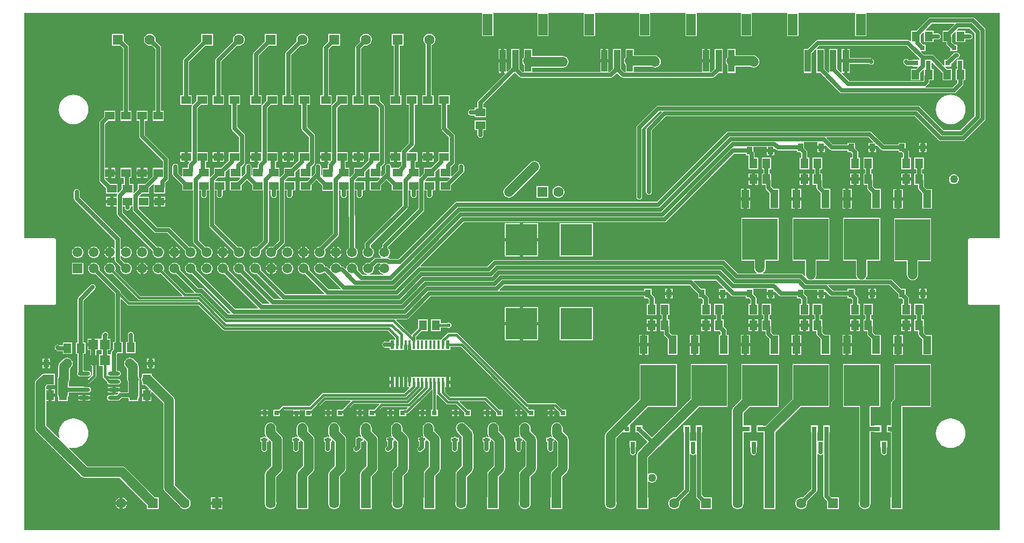
<source format=gtl>
G04*
G04 #@! TF.GenerationSoftware,Altium Limited,Altium Designer,24.2.2 (26)*
G04*
G04 Layer_Physical_Order=1*
G04 Layer_Color=255*
%FSLAX25Y25*%
%MOIN*%
G70*
G04*
G04 #@! TF.SameCoordinates,93052230-0714-41EE-B623-C252674C3430*
G04*
G04*
G04 #@! TF.FilePolarity,Positive*
G04*
G01*
G75*
%ADD16R,0.19685X0.19685*%
%ADD17R,0.03583X0.04803*%
%ADD18R,0.04921X0.06102*%
%ADD19R,0.03959X0.01545*%
G04:AMPARAMS|DCode=20|XSize=39.59mil|YSize=15.45mil|CornerRadius=7.73mil|HoleSize=0mil|Usage=FLASHONLY|Rotation=0.000|XOffset=0mil|YOffset=0mil|HoleType=Round|Shape=RoundedRectangle|*
%AMROUNDEDRECTD20*
21,1,0.03959,0.00000,0,0,0.0*
21,1,0.02414,0.01545,0,0,0.0*
1,1,0.01545,0.01207,0.00000*
1,1,0.01545,-0.01207,0.00000*
1,1,0.01545,-0.01207,0.00000*
1,1,0.01545,0.01207,0.00000*
%
%ADD20ROUNDEDRECTD20*%
%ADD21R,0.03150X0.03150*%
%ADD22R,0.06102X0.04921*%
%ADD23R,0.05906X0.05118*%
%ADD24R,0.21850X0.25591*%
%ADD25R,0.04921X0.11221*%
%ADD26R,0.01575X0.05315*%
%ADD27R,0.02362X0.05315*%
%ADD28O,0.07480X0.02362*%
%ADD29R,0.05906X0.06102*%
%ADD30R,0.03937X0.13780*%
%ADD31R,0.05906X0.13386*%
%ADD51C,0.02500*%
%ADD52C,0.01500*%
%ADD53C,0.06000*%
%ADD54C,0.06000*%
%ADD55R,0.06496X0.06496*%
%ADD56C,0.06102*%
%ADD57R,0.06299X0.06299*%
%ADD58C,0.06299*%
%ADD59R,0.06102X0.06102*%
%ADD60C,0.02362*%
%ADD61C,0.05000*%
G36*
X605280Y182122D02*
X586614D01*
X586224Y182044D01*
X585893Y181823D01*
X585672Y181492D01*
X585595Y181102D01*
Y141732D01*
X585672Y141342D01*
X585893Y141011D01*
X586224Y140790D01*
X586614Y140713D01*
X605280D01*
Y1020D01*
X1020D01*
Y140713D01*
X19685D01*
X20075Y140790D01*
X20406Y141011D01*
X20627Y141342D01*
X20705Y141732D01*
Y181102D01*
X20627Y181492D01*
X20406Y181823D01*
X20075Y182044D01*
X19685Y182122D01*
X1020D01*
Y321815D01*
X284103D01*
X284539Y321661D01*
X284539Y321315D01*
Y307276D01*
X291445D01*
Y321315D01*
X291445Y321661D01*
X291881Y321815D01*
X318355D01*
X318791Y321661D01*
X318791Y321315D01*
Y307276D01*
X325697D01*
Y321315D01*
X325697Y321661D01*
X326133Y321815D01*
X347095D01*
X347532Y321661D01*
X347532Y321315D01*
Y307276D01*
X354437D01*
Y321315D01*
X354437Y321661D01*
X354873Y321815D01*
X381347D01*
X381783Y321661D01*
X381784Y321315D01*
Y307276D01*
X388689D01*
Y321315D01*
X388689Y321661D01*
X389125Y321815D01*
X410087D01*
X410524Y321661D01*
X410524Y321315D01*
Y307276D01*
X417429D01*
Y321315D01*
X417429Y321661D01*
X417866Y321815D01*
X444339D01*
X444776Y321661D01*
X444776Y321315D01*
Y307276D01*
X451681D01*
Y321315D01*
X451681Y321661D01*
X452117Y321815D01*
X473079D01*
X473516Y321661D01*
X473516Y321315D01*
Y307276D01*
X480421D01*
Y321315D01*
X480421Y321661D01*
X480858Y321815D01*
X515205D01*
X515642Y321661D01*
X515642Y321315D01*
Y307276D01*
X522547D01*
Y321315D01*
X522547Y321661D01*
X522984Y321815D01*
X605280D01*
Y182122D01*
D02*
G37*
%LPC*%
G36*
X213079Y308768D02*
X212118D01*
X211190Y308519D01*
X210357Y308038D01*
X209678Y307359D01*
X209198Y306527D01*
X208949Y305599D01*
Y304638D01*
X209101Y304071D01*
X206494Y301465D01*
X206107Y300886D01*
X205972Y300203D01*
Y270776D01*
X204303D01*
Y264657D01*
X211209D01*
Y270776D01*
X209540D01*
Y299464D01*
X211666Y301590D01*
X212118Y301468D01*
X213079D01*
X214007Y301717D01*
X214839Y302198D01*
X215519Y302877D01*
X215999Y303709D01*
X216248Y304638D01*
Y305599D01*
X215999Y306527D01*
X215519Y307359D01*
X214839Y308038D01*
X214007Y308519D01*
X213079Y308768D01*
D02*
G37*
G36*
X173709D02*
X172748D01*
X171820Y308519D01*
X170987Y308038D01*
X170308Y307359D01*
X169827Y306527D01*
X169579Y305599D01*
Y304638D01*
X169715Y304128D01*
X163187Y297600D01*
X162800Y297021D01*
X162664Y296339D01*
Y270776D01*
X160996D01*
Y264657D01*
X167902D01*
Y270776D01*
X166233D01*
Y295600D01*
X172239Y301605D01*
X172748Y301468D01*
X173709D01*
X174637Y301717D01*
X175469Y302198D01*
X176149Y302877D01*
X176629Y303709D01*
X176878Y304638D01*
Y305599D01*
X176629Y306527D01*
X176149Y307359D01*
X175469Y308038D01*
X174637Y308519D01*
X173709Y308768D01*
D02*
G37*
G36*
X134339Y308768D02*
X133378D01*
X132450Y308519D01*
X131617Y308038D01*
X130938Y307359D01*
X130457Y306527D01*
X130209Y305599D01*
Y304638D01*
X130345Y304128D01*
X119880Y293663D01*
X119493Y293084D01*
X119357Y292402D01*
Y270776D01*
X117689D01*
Y264657D01*
X124594D01*
Y270776D01*
X122926D01*
Y291663D01*
X132869Y301605D01*
X133378Y301468D01*
X134339D01*
X135267Y301717D01*
X136099Y302198D01*
X136779Y302877D01*
X137259Y303709D01*
X137508Y304638D01*
Y305599D01*
X137259Y306527D01*
X136779Y307359D01*
X136099Y308038D01*
X135267Y308519D01*
X134339Y308768D01*
D02*
G37*
G36*
X299713Y299220D02*
X298244D01*
Y292831D01*
X299713D01*
Y299220D01*
D02*
G37*
G36*
X362705D02*
X361236D01*
Y292831D01*
X362705D01*
Y299220D01*
D02*
G37*
G36*
X425697D02*
X424228D01*
Y292831D01*
X425697D01*
Y299220D01*
D02*
G37*
G36*
X359236D02*
X357768D01*
Y292831D01*
X359236D01*
Y299220D01*
D02*
G37*
G36*
X422228D02*
X420760D01*
Y292831D01*
X422228D01*
Y299220D01*
D02*
G37*
G36*
X296244D02*
X294776D01*
Y292831D01*
X296244D01*
Y299220D01*
D02*
G37*
G36*
X441445D02*
X436508D01*
Y294348D01*
X436480Y294327D01*
X435919Y293596D01*
X435567Y292744D01*
X435446Y291831D01*
X435567Y290917D01*
X435919Y290066D01*
X436480Y289335D01*
X436508Y289313D01*
Y284441D01*
X441445D01*
Y288300D01*
X450966D01*
X450991Y288281D01*
X451842Y287929D01*
X452756Y287808D01*
X453670Y287929D01*
X454521Y288281D01*
X455252Y288842D01*
X455813Y289574D01*
X456166Y290425D01*
X456286Y291339D01*
X456166Y292252D01*
X455813Y293104D01*
X455252Y293835D01*
X454760Y294327D01*
X454029Y294888D01*
X453177Y295241D01*
X452264Y295361D01*
X441445D01*
Y299220D01*
D02*
G37*
G36*
X433571D02*
X428634D01*
Y286964D01*
X426645Y284975D01*
X425697D01*
Y290831D01*
X423228D01*
X420760D01*
Y284975D01*
X378453D01*
Y288300D01*
X389942D01*
X389967Y288281D01*
X390819Y287929D01*
X391732Y287808D01*
X392646Y287929D01*
X393497Y288281D01*
X394229Y288842D01*
X394790Y289574D01*
X395142Y290425D01*
X395263Y291339D01*
X395142Y292252D01*
X394790Y293104D01*
X394229Y293835D01*
X393736Y294327D01*
X393005Y294888D01*
X392154Y295241D01*
X391240Y295361D01*
X378453D01*
Y299220D01*
X373516D01*
Y294348D01*
X373488Y294327D01*
X372927Y293596D01*
X372574Y292744D01*
X372454Y291831D01*
X372574Y290917D01*
X372927Y290066D01*
X373488Y289335D01*
X373516Y289313D01*
Y284975D01*
X372568D01*
X370579Y286964D01*
Y299220D01*
X365642D01*
Y286964D01*
X363653Y284975D01*
X362705D01*
Y290831D01*
X360236D01*
X357768D01*
Y284975D01*
X315461D01*
Y287808D01*
X334646D01*
X335559Y287929D01*
X336411Y288281D01*
X337142Y288842D01*
X337703Y289574D01*
X338056Y290425D01*
X338176Y291339D01*
X338056Y292252D01*
X337703Y293104D01*
X337142Y293835D01*
X336411Y294396D01*
X335559Y294748D01*
X334646Y294869D01*
X315461D01*
Y299220D01*
X310524D01*
Y294348D01*
X310496Y294327D01*
X309935Y293596D01*
X309582Y292744D01*
X309462Y291831D01*
X309582Y290917D01*
X309935Y290066D01*
X310496Y289335D01*
X310524Y289307D01*
Y284975D01*
X309576D01*
X307587Y286964D01*
Y299220D01*
X302650D01*
Y287725D01*
X302242Y287453D01*
X302242Y287453D01*
X300174Y285385D01*
X299713Y285576D01*
Y290831D01*
X298244D01*
Y284441D01*
X298577D01*
X298769Y283979D01*
X282203Y267413D01*
X281816Y266834D01*
X281680Y266152D01*
Y262902D01*
X279913D01*
Y261725D01*
X277658D01*
X277658Y261725D01*
X276975Y261589D01*
X276396Y261203D01*
X276396Y261203D01*
X276297Y261104D01*
X275911Y260525D01*
X275775Y259842D01*
X275911Y259160D01*
X276297Y258581D01*
X276876Y258194D01*
X277559Y258058D01*
X278054Y258157D01*
X279913D01*
Y256980D01*
X287016D01*
Y262902D01*
X285249D01*
Y265412D01*
X304243Y284407D01*
X304400D01*
X304572Y284441D01*
X305063D01*
X307575Y281929D01*
X307575Y281929D01*
X308154Y281542D01*
X308837Y281407D01*
X308837Y281407D01*
X364392D01*
X365074Y281542D01*
X365653Y281929D01*
X368110Y284386D01*
X370567Y281929D01*
X370567Y281929D01*
X371146Y281542D01*
X371829Y281407D01*
X371829Y281407D01*
X427384D01*
X428067Y281542D01*
X428646Y281929D01*
X431157Y284441D01*
X433571D01*
Y299220D01*
D02*
G37*
G36*
X296244Y290831D02*
X294776D01*
Y284441D01*
X296244D01*
Y290831D01*
D02*
G37*
G36*
X252449Y308768D02*
X251488D01*
X250560Y308519D01*
X249728Y308038D01*
X249048Y307359D01*
X248568Y306527D01*
X248319Y305599D01*
Y304638D01*
X248568Y303709D01*
X249048Y302877D01*
X249728Y302198D01*
X249731Y302196D01*
Y270776D01*
X247610D01*
Y264657D01*
X254516D01*
Y270776D01*
X253300D01*
Y301696D01*
X253377Y301717D01*
X254209Y302198D01*
X254889Y302877D01*
X255369Y303709D01*
X255618Y304638D01*
Y305599D01*
X255369Y306527D01*
X254889Y307359D01*
X254209Y308038D01*
X253377Y308519D01*
X252449Y308768D01*
D02*
G37*
G36*
X235933D02*
X228634D01*
Y301468D01*
X229889D01*
Y270776D01*
X227610D01*
Y264657D01*
X234516D01*
Y270776D01*
X233457D01*
Y301468D01*
X235933D01*
Y308768D01*
D02*
G37*
G36*
X79221D02*
X78260D01*
X77332Y308519D01*
X76499Y308038D01*
X75820Y307359D01*
X75339Y306527D01*
X75091Y305599D01*
Y304638D01*
X75339Y303709D01*
X75820Y302877D01*
X76499Y302198D01*
X77332Y301717D01*
X78260Y301468D01*
X79221D01*
X79730Y301605D01*
X82113Y299221D01*
Y260933D01*
X80445D01*
Y254815D01*
X87350D01*
Y260933D01*
X85682D01*
Y299961D01*
X85682Y299961D01*
X85546Y300643D01*
X85159Y301222D01*
X82253Y304128D01*
X82390Y304638D01*
Y305599D01*
X82141Y306527D01*
X81661Y307359D01*
X80981Y308038D01*
X80149Y308519D01*
X79221Y308768D01*
D02*
G37*
G36*
X62705D02*
X55405D01*
Y301468D01*
X60181D01*
X62113Y299536D01*
Y260933D01*
X60445D01*
Y254815D01*
X67350D01*
Y260933D01*
X65682D01*
Y300275D01*
X65682Y300276D01*
X65546Y300958D01*
X65159Y301537D01*
X65159Y301537D01*
X62705Y303992D01*
Y308768D01*
D02*
G37*
G36*
X574803Y270971D02*
X573016Y270795D01*
X571298Y270274D01*
X569714Y269428D01*
X568326Y268288D01*
X567186Y266900D01*
X566340Y265317D01*
X565819Y263598D01*
X565643Y261811D01*
X565819Y260024D01*
X566340Y258306D01*
X567186Y256722D01*
X568326Y255334D01*
X569714Y254194D01*
X571298Y253348D01*
X573016Y252827D01*
X574803Y252651D01*
X576590Y252827D01*
X578309Y253348D01*
X579892Y254194D01*
X581281Y255334D01*
X582420Y256722D01*
X583266Y258306D01*
X583788Y260024D01*
X583964Y261811D01*
X583788Y263598D01*
X583266Y265317D01*
X582420Y266900D01*
X581281Y268288D01*
X579892Y269428D01*
X578309Y270274D01*
X576590Y270795D01*
X574803Y270971D01*
D02*
G37*
G36*
X31496D02*
X29709Y270795D01*
X27990Y270274D01*
X26407Y269428D01*
X25019Y268288D01*
X23879Y266900D01*
X23033Y265317D01*
X22512Y263598D01*
X22336Y261811D01*
X22512Y260024D01*
X23033Y258306D01*
X23879Y256722D01*
X25019Y255334D01*
X26407Y254194D01*
X27990Y253348D01*
X29709Y252827D01*
X31496Y252651D01*
X33283Y252827D01*
X35002Y253348D01*
X36585Y254194D01*
X37973Y255334D01*
X39113Y256722D01*
X39959Y258306D01*
X40481Y260024D01*
X40657Y261811D01*
X40481Y263598D01*
X39959Y265317D01*
X39113Y266900D01*
X37973Y268288D01*
X36585Y269428D01*
X35002Y270274D01*
X33283Y270795D01*
X31496Y270971D01*
D02*
G37*
G36*
X562402Y318713D02*
X561719Y318578D01*
X561140Y318191D01*
X561140Y318191D01*
X553587Y310638D01*
X550189D01*
Y304450D01*
X549727Y304258D01*
X549574Y304411D01*
X548995Y304798D01*
X548313Y304934D01*
X492618D01*
X492618Y304934D01*
X491935Y304798D01*
X491356Y304411D01*
X486166Y299220D01*
X483752D01*
Y284441D01*
X488689D01*
Y296697D01*
X491126Y299134D01*
X491626Y298927D01*
X491626Y298861D01*
X491626Y298861D01*
X491626Y298842D01*
Y284441D01*
X494040D01*
X506120Y272360D01*
X506120Y272360D01*
X506699Y271974D01*
X507382Y271838D01*
X507382Y271838D01*
X576772D01*
X577455Y271974D01*
X578033Y272360D01*
X582069Y276396D01*
X582069Y276396D01*
X582456Y276975D01*
X582591Y277658D01*
Y279913D01*
X583768D01*
Y287016D01*
X582444D01*
Y288476D01*
X582587D01*
Y292626D01*
X578437D01*
Y288476D01*
X578875D01*
Y287016D01*
X577846D01*
Y279913D01*
X579023D01*
Y278397D01*
X576033Y275406D01*
X559158D01*
X559108Y275906D01*
X559130Y275911D01*
X559709Y276297D01*
X561173Y277762D01*
X561173Y277762D01*
X561560Y278341D01*
X561696Y279024D01*
Y279913D01*
X564083D01*
Y287016D01*
X562759D01*
Y288476D01*
X562902D01*
Y290924D01*
X563364Y291116D01*
X569741Y284738D01*
Y284675D01*
X569776Y284503D01*
Y279913D01*
X575697D01*
Y287016D01*
X572510D01*
X571511Y288014D01*
X571703Y288476D01*
X575106D01*
Y290103D01*
X578495Y293491D01*
X578740D01*
X579423Y293627D01*
X580002Y294014D01*
X580389Y294593D01*
X580524Y295276D01*
X580389Y295958D01*
X580002Y296537D01*
X579423Y296924D01*
X578740Y297060D01*
X577756D01*
X577073Y296924D01*
X576494Y296537D01*
X576494Y296537D01*
X572583Y292626D01*
X570957D01*
Y289222D01*
X570495Y289031D01*
X564388Y295138D01*
X563809Y295524D01*
X563126Y295660D01*
X558325D01*
X556522Y297463D01*
X556714Y297925D01*
X559161D01*
Y302075D01*
X557535D01*
X556421Y303189D01*
X556110Y303535D01*
X556110D01*
X556110Y303536D01*
Y308114D01*
X557798Y309802D01*
X558260Y309611D01*
Y303535D01*
X564181D01*
Y305302D01*
X566929D01*
X566929Y305302D01*
X567612Y305438D01*
X568191Y305825D01*
X568578Y306404D01*
X568713Y307087D01*
X568578Y307769D01*
X568191Y308348D01*
X567612Y308735D01*
X566929Y308871D01*
X564181D01*
Y310638D01*
X559287D01*
X559095Y311100D01*
X563141Y315145D01*
X577027D01*
X577219Y314683D01*
X573174Y310638D01*
X569776D01*
Y303535D01*
X572163D01*
Y302825D01*
X572298Y302142D01*
X572685Y301563D01*
X574697Y299552D01*
Y297925D01*
X578847D01*
Y302075D01*
X577220D01*
X575731Y303564D01*
Y305876D01*
X575731Y305876D01*
X575697Y306048D01*
Y308114D01*
X577385Y309802D01*
X577846Y309611D01*
Y303535D01*
X583768D01*
Y305302D01*
X586614D01*
X586614Y305302D01*
X587297Y305438D01*
X587876Y305825D01*
X588263Y306404D01*
X588398Y307087D01*
X588263Y307769D01*
X587876Y308348D01*
X587297Y308735D01*
X586614Y308871D01*
X583768D01*
Y310638D01*
X578873D01*
X578682Y311100D01*
X579727Y312145D01*
X586601D01*
X589704Y309042D01*
Y257887D01*
X580695Y248879D01*
X570574D01*
X555876Y263577D01*
X555297Y263964D01*
X554614Y264099D01*
X393701D01*
X393701Y264099D01*
X393018Y263964D01*
X392439Y263577D01*
X380628Y251766D01*
X380241Y251187D01*
X380105Y250504D01*
Y207630D01*
X380241Y206947D01*
X380628Y206368D01*
X381207Y205981D01*
X381890Y205846D01*
X382573Y205981D01*
X383151Y206368D01*
X383538Y206947D01*
X383674Y207630D01*
Y249765D01*
X394440Y260531D01*
X395677D01*
X395868Y260069D01*
X386534Y250734D01*
X386147Y250155D01*
X386011Y249472D01*
Y210630D01*
X386147Y209947D01*
X386534Y209368D01*
X387112Y208981D01*
X387795Y208846D01*
X388478Y208981D01*
X389057Y209368D01*
X389444Y209947D01*
X389580Y210630D01*
Y248733D01*
X398377Y257531D01*
X552632D01*
X567330Y242833D01*
X567330Y242833D01*
X567909Y242446D01*
X568592Y242310D01*
X568592Y242310D01*
X582677D01*
X583360Y242446D01*
X583939Y242833D01*
X595750Y254644D01*
X595750Y254644D01*
X596137Y255223D01*
X596273Y255906D01*
Y311024D01*
X596137Y311706D01*
X595750Y312285D01*
X595750Y312285D01*
X589844Y318191D01*
X589265Y318578D01*
X588583Y318713D01*
X562402D01*
X562402Y318713D01*
D02*
G37*
G36*
X287016Y254831D02*
X279913D01*
Y248909D01*
X281680D01*
Y246063D01*
X281816Y245380D01*
X282203Y244801D01*
X282782Y244414D01*
X283465Y244279D01*
X284147Y244414D01*
X284726Y244801D01*
X285113Y245380D01*
X285249Y246063D01*
Y248909D01*
X287016D01*
Y254831D01*
D02*
G37*
G36*
X559909Y241090D02*
X558618D01*
Y239189D01*
X559909D01*
Y241090D01*
D02*
G37*
G36*
X556618D02*
X555327D01*
Y239189D01*
X556618D01*
Y241090D01*
D02*
G37*
G36*
X559909Y237189D02*
X558618D01*
Y235287D01*
X559909D01*
Y237189D01*
D02*
G37*
G36*
X556618D02*
X555327D01*
Y235287D01*
X556618D01*
Y237189D01*
D02*
G37*
G36*
X528413D02*
X527122D01*
Y235287D01*
X528413D01*
Y237189D01*
D02*
G37*
G36*
X525122D02*
X523831D01*
Y235287D01*
X525122D01*
Y237189D01*
D02*
G37*
G36*
X496917D02*
X495626D01*
Y235287D01*
X496917D01*
Y237189D01*
D02*
G37*
G36*
X493626D02*
X492335D01*
Y235287D01*
X493626D01*
Y237189D01*
D02*
G37*
G36*
X465421Y235221D02*
X464130D01*
Y233319D01*
X465421D01*
Y235221D01*
D02*
G37*
G36*
X462130D02*
X460839D01*
Y233319D01*
X462130D01*
Y235221D01*
D02*
G37*
G36*
X254516Y235343D02*
X252063D01*
Y233283D01*
X254516D01*
Y235343D01*
D02*
G37*
G36*
X211209D02*
X208756D01*
Y233283D01*
X211209D01*
Y235343D01*
D02*
G37*
G36*
X124594D02*
X122142D01*
Y233283D01*
X124594D01*
Y235343D01*
D02*
G37*
G36*
X250063D02*
X247610D01*
Y233283D01*
X250063D01*
Y235343D01*
D02*
G37*
G36*
X230063D02*
X227610D01*
Y233283D01*
X230063D01*
Y235343D01*
D02*
G37*
G36*
X206756D02*
X204303D01*
Y233283D01*
X206756D01*
Y235343D01*
D02*
G37*
G36*
X186756D02*
X184303D01*
Y233283D01*
X186756D01*
Y235343D01*
D02*
G37*
G36*
X120142D02*
X117689D01*
Y233283D01*
X120142D01*
Y235343D01*
D02*
G37*
G36*
X100142D02*
X97689D01*
Y233283D01*
X100142D01*
Y235343D01*
D02*
G37*
G36*
X167902D02*
X165449D01*
Y233283D01*
X167902D01*
Y235343D01*
D02*
G37*
G36*
X163449D02*
X160996D01*
Y233283D01*
X163449D01*
Y235343D01*
D02*
G37*
G36*
X143449D02*
X140996D01*
Y233283D01*
X143449D01*
Y235343D01*
D02*
G37*
G36*
X254516Y231283D02*
X252063D01*
Y229224D01*
X254516D01*
Y231283D01*
D02*
G37*
G36*
X250063D02*
X247610D01*
Y229224D01*
X250063D01*
Y231283D01*
D02*
G37*
G36*
X211209D02*
X208756D01*
Y229224D01*
X211209D01*
Y231283D01*
D02*
G37*
G36*
X206756D02*
X204303D01*
Y229224D01*
X206756D01*
Y231283D01*
D02*
G37*
G36*
X186756D02*
X184303D01*
Y229224D01*
X186756D01*
Y231283D01*
D02*
G37*
G36*
X167902Y231283D02*
X165449D01*
Y229224D01*
X167902D01*
Y231283D01*
D02*
G37*
G36*
X163449D02*
X160996D01*
Y229224D01*
X163449D01*
Y231283D01*
D02*
G37*
G36*
X143449D02*
X140996D01*
Y229224D01*
X143449D01*
Y231283D01*
D02*
G37*
G36*
X124594Y231283D02*
X122142D01*
Y229224D01*
X124594D01*
Y231283D01*
D02*
G37*
G36*
X120142D02*
X117689D01*
Y229224D01*
X120142D01*
Y231283D01*
D02*
G37*
G36*
X100142D02*
X97689D01*
Y229224D01*
X100142D01*
Y231283D01*
D02*
G37*
G36*
X230063D02*
X227610D01*
Y229224D01*
X230063D01*
Y231283D01*
D02*
G37*
G36*
X77350Y225500D02*
X74898D01*
Y223441D01*
X77350D01*
Y225500D01*
D02*
G37*
G36*
X57350D02*
X54898D01*
Y223441D01*
X57350D01*
Y225500D01*
D02*
G37*
G36*
X72898D02*
X70445D01*
Y223441D01*
X72898D01*
Y225500D01*
D02*
G37*
G36*
X196563Y308768D02*
X189264D01*
Y303992D01*
X186494Y301222D01*
X186107Y300643D01*
X185972Y299961D01*
Y270776D01*
X184303D01*
Y264657D01*
X190714D01*
X190845Y264657D01*
X191223Y264616D01*
X191259Y264581D01*
X191362Y264340D01*
X191401Y264138D01*
X191405Y264090D01*
X191376Y263946D01*
X191269Y263407D01*
Y235818D01*
X191209Y235343D01*
X188756D01*
Y232283D01*
Y229224D01*
X189507D01*
X189698Y228763D01*
X189516Y228580D01*
X189129Y228001D01*
X188993Y227318D01*
Y225402D01*
X185425D01*
Y221033D01*
X184925Y220766D01*
X184855Y220812D01*
Y226378D01*
X184719Y227061D01*
X184333Y227640D01*
X183754Y228026D01*
X183071Y228162D01*
X182388Y228026D01*
X181809Y227640D01*
X181422Y227061D01*
X181287Y226378D01*
Y222491D01*
X179210Y220414D01*
X178748Y220606D01*
Y223578D01*
X178782Y223750D01*
X178782Y223750D01*
Y226107D01*
X180413Y227738D01*
X180800Y228317D01*
X180936Y228999D01*
X180936Y229000D01*
Y245352D01*
X180936Y245352D01*
X180800Y246035D01*
X180413Y246614D01*
X180413Y246614D01*
X176233Y250794D01*
Y264657D01*
X177902D01*
Y270776D01*
X170996D01*
Y264657D01*
X172664D01*
Y250055D01*
X172800Y249372D01*
X173187Y248793D01*
X177367Y244613D01*
Y235343D01*
X170996D01*
Y231147D01*
X170962Y230974D01*
Y230080D01*
X166382Y225500D01*
X161803D01*
Y222102D01*
X159563Y219862D01*
X159063Y220069D01*
Y225500D01*
X156765D01*
Y229224D01*
X157902D01*
Y235343D01*
X151530D01*
Y262668D01*
X153519Y264657D01*
X157902D01*
Y270776D01*
X150996D01*
Y267181D01*
X148484Y264669D01*
X148385Y264656D01*
X147902Y265082D01*
X147902Y265147D01*
Y270776D01*
X146233D01*
Y295285D01*
X152417Y301468D01*
X157193D01*
Y308768D01*
X149894D01*
Y303992D01*
X143187Y297285D01*
X142800Y296706D01*
X142665Y296024D01*
Y270776D01*
X140996D01*
Y264657D01*
X147407D01*
X147538Y264657D01*
X147916Y264616D01*
X147951Y264581D01*
X148055Y264340D01*
X148094Y264138D01*
X148098Y264090D01*
X148069Y263946D01*
X147962Y263407D01*
Y235818D01*
X147902Y235343D01*
X145449D01*
Y232283D01*
Y229224D01*
X146200D01*
X146391Y228763D01*
X146209Y228580D01*
X145822Y228001D01*
X145686Y227318D01*
Y225500D01*
X142118D01*
Y221131D01*
X141618Y220864D01*
X141548Y220911D01*
Y226378D01*
X141412Y227061D01*
X141025Y227640D01*
X140447Y228026D01*
X139764Y228162D01*
X139081Y228026D01*
X138502Y227640D01*
X138115Y227061D01*
X137979Y226378D01*
Y222491D01*
X135903Y220414D01*
X135441Y220606D01*
Y223578D01*
X135475Y223750D01*
X135475Y223750D01*
Y226107D01*
X137106Y227738D01*
X137493Y228317D01*
X137629Y228999D01*
X137629Y229000D01*
Y245352D01*
X137629Y245352D01*
X137493Y246035D01*
X137106Y246614D01*
X137106Y246614D01*
X132926Y250794D01*
Y264657D01*
X134595D01*
Y270776D01*
X127689D01*
Y264657D01*
X129357D01*
Y250055D01*
X129493Y249372D01*
X129880Y248793D01*
X134060Y244613D01*
Y235343D01*
X127689D01*
Y231147D01*
X127655Y230974D01*
Y230080D01*
X123075Y225500D01*
X118496D01*
Y222102D01*
X116256Y219862D01*
X115756Y220069D01*
Y225500D01*
X113458D01*
Y229224D01*
X114594D01*
Y235343D01*
X108223D01*
Y262668D01*
X110212Y264657D01*
X114594D01*
Y270776D01*
X107689D01*
Y267181D01*
X105177Y264669D01*
X105078Y264656D01*
X104595Y265082D01*
X104595Y265147D01*
Y270776D01*
X102926D01*
Y291348D01*
X113047Y301468D01*
X117823D01*
Y308768D01*
X110524D01*
Y303992D01*
X99880Y293348D01*
X99493Y292769D01*
X99357Y292087D01*
Y270776D01*
X97689D01*
Y264657D01*
X104100D01*
X104231Y264657D01*
X104609Y264616D01*
X104644Y264581D01*
X104748Y264340D01*
X104787Y264138D01*
X104790Y264090D01*
X104762Y263946D01*
X104655Y263407D01*
Y235818D01*
X104595Y235343D01*
X102142D01*
Y232283D01*
Y229224D01*
X102893D01*
X103084Y228763D01*
X102902Y228580D01*
X102515Y228001D01*
X102379Y227318D01*
Y225500D01*
X98811D01*
Y220606D01*
X98349Y220414D01*
X96272Y222491D01*
Y226378D01*
X96137Y227061D01*
X95750Y227640D01*
X95171Y228026D01*
X94488Y228162D01*
X93805Y228026D01*
X93226Y227640D01*
X92840Y227061D01*
X92704Y226378D01*
Y221752D01*
X92840Y221069D01*
X93226Y220490D01*
X98811Y214906D01*
Y211508D01*
X105619D01*
Y179841D01*
X105755Y179158D01*
X106142Y178579D01*
X110583Y174138D01*
X110465Y173696D01*
Y172761D01*
X110707Y171858D01*
X111174Y171048D01*
X111835Y170387D01*
X112645Y169919D01*
X113548Y169677D01*
X114483D01*
X115386Y169919D01*
X116196Y170387D01*
X116857Y171048D01*
X117325Y171858D01*
X117567Y172761D01*
Y173696D01*
X117325Y174599D01*
X116857Y175409D01*
X116196Y176070D01*
X115386Y176538D01*
X114483Y176779D01*
X113548D01*
X113106Y176661D01*
X109188Y180580D01*
Y211508D01*
X110420D01*
Y208661D01*
X110556Y207979D01*
X110943Y207400D01*
X111522Y207013D01*
X112205Y206877D01*
X112888Y207013D01*
X113466Y207400D01*
X113853Y207979D01*
X113989Y208661D01*
Y211508D01*
X115462D01*
Y189998D01*
X115598Y189315D01*
X115984Y188736D01*
X130583Y174138D01*
X130465Y173696D01*
Y172761D01*
X130707Y171858D01*
X131174Y171048D01*
X131835Y170387D01*
X132645Y169919D01*
X133548Y169677D01*
X134483D01*
X135386Y169919D01*
X136196Y170387D01*
X136857Y171048D01*
X137325Y171858D01*
X137567Y172761D01*
Y173696D01*
X137325Y174599D01*
X136857Y175409D01*
X136196Y176070D01*
X135386Y176538D01*
X134483Y176779D01*
X133548D01*
X133106Y176661D01*
X119030Y190737D01*
Y211508D01*
X120263D01*
Y208661D01*
X120399Y207979D01*
X120786Y207400D01*
X121364Y207013D01*
X122047Y206877D01*
X122730Y207013D01*
X123309Y207400D01*
X123696Y207979D01*
X123831Y208661D01*
Y211508D01*
X125598D01*
Y217429D01*
X119577D01*
X119370Y217929D01*
X121019Y219579D01*
X125598D01*
Y222977D01*
X127839Y225217D01*
X128339Y225010D01*
Y219579D01*
X134414D01*
X134605Y219117D01*
X132918Y217429D01*
X128339D01*
Y211508D01*
X135441D01*
Y214906D01*
X138779Y218244D01*
X142118Y214906D01*
Y211508D01*
X148926D01*
Y180662D01*
X144925Y176661D01*
X144483Y176779D01*
X143548D01*
X142645Y176538D01*
X141835Y176070D01*
X141174Y175409D01*
X140707Y174599D01*
X140465Y173696D01*
Y172761D01*
X140707Y171858D01*
X141174Y171048D01*
X141835Y170387D01*
X142645Y169919D01*
X143548Y169677D01*
X144483D01*
X145386Y169919D01*
X146196Y170387D01*
X146857Y171048D01*
X147325Y171858D01*
X147567Y172761D01*
Y173696D01*
X147449Y174138D01*
X151972Y178662D01*
X152359Y179240D01*
X152495Y179923D01*
Y211508D01*
X153727D01*
Y208661D01*
X153863Y207979D01*
X154250Y207400D01*
X154829Y207013D01*
X155512Y206877D01*
X156195Y207013D01*
X156773Y207400D01*
X157160Y207979D01*
X157296Y208661D01*
Y211508D01*
X158769D01*
Y180505D01*
X154925Y176661D01*
X154483Y176779D01*
X153548D01*
X152645Y176538D01*
X151835Y176070D01*
X151174Y175409D01*
X150707Y174599D01*
X150465Y173696D01*
Y172761D01*
X150707Y171858D01*
X151174Y171048D01*
X151835Y170387D01*
X152645Y169919D01*
X153548Y169677D01*
X154483D01*
X155386Y169919D01*
X156196Y170387D01*
X156857Y171048D01*
X157325Y171858D01*
X157567Y172761D01*
Y173696D01*
X157448Y174138D01*
X161815Y178504D01*
X162202Y179083D01*
X162337Y179766D01*
X162337Y179766D01*
Y211508D01*
X163570D01*
Y208661D01*
X163706Y207979D01*
X164093Y207400D01*
X164672Y207013D01*
X165354Y206877D01*
X166037Y207013D01*
X166616Y207400D01*
X167003Y207979D01*
X167139Y208661D01*
Y211508D01*
X168905D01*
Y217429D01*
X162884D01*
X162677Y217929D01*
X164327Y219579D01*
X168905D01*
Y222977D01*
X171146Y225217D01*
X171646Y225010D01*
Y219579D01*
X177721D01*
X177912Y219117D01*
X176225Y217429D01*
X171646D01*
Y211508D01*
X178748D01*
Y214906D01*
X182037Y218195D01*
X185425Y214807D01*
Y211409D01*
X192233D01*
Y184914D01*
X184099Y176779D01*
X183548D01*
X182645Y176538D01*
X181835Y176070D01*
X181174Y175409D01*
X180707Y174599D01*
X180465Y173696D01*
Y172761D01*
X180707Y171858D01*
X181174Y171048D01*
X181835Y170387D01*
X182645Y169919D01*
X183548Y169677D01*
X184483D01*
X185386Y169919D01*
X186196Y170387D01*
X186857Y171048D01*
X187325Y171858D01*
X187567Y172761D01*
Y173696D01*
X187325Y174599D01*
X187193Y174827D01*
X195279Y182913D01*
X195666Y183492D01*
X195802Y184175D01*
Y211508D01*
X197035D01*
Y208661D01*
X197170Y207979D01*
X197557Y207400D01*
X198136Y207013D01*
X198819Y206877D01*
X199502Y207013D01*
X200081Y207400D01*
X200467Y207979D01*
X200603Y208661D01*
Y211508D01*
X202076D01*
Y195746D01*
X202212Y195063D01*
X202232Y195034D01*
Y176299D01*
X201835Y176070D01*
X201174Y175409D01*
X200707Y174599D01*
X200465Y173696D01*
Y172761D01*
X200707Y171858D01*
X201174Y171048D01*
X201835Y170387D01*
X202645Y169919D01*
X203548Y169677D01*
X204483D01*
X205386Y169919D01*
X206196Y170387D01*
X206857Y171048D01*
X207325Y171858D01*
X207567Y172761D01*
Y173696D01*
X207325Y174599D01*
X206857Y175409D01*
X206196Y176070D01*
X205800Y176299D01*
Y195591D01*
X205664Y196273D01*
X205644Y196303D01*
Y211508D01*
X206877D01*
Y208661D01*
X207013Y207979D01*
X207400Y207400D01*
X207979Y207013D01*
X208661Y206877D01*
X209344Y207013D01*
X209923Y207400D01*
X210310Y207979D01*
X210446Y208661D01*
Y211508D01*
X212213D01*
Y217429D01*
X206191D01*
X205984Y217929D01*
X207634Y219579D01*
X212213D01*
Y222977D01*
X214453Y225217D01*
X214953Y225010D01*
Y219579D01*
X221028D01*
X221219Y219117D01*
X219532Y217429D01*
X214953D01*
Y211508D01*
X222055D01*
Y214906D01*
X225394Y218244D01*
X228732Y214906D01*
Y211508D01*
X235300D01*
Y202391D01*
X212386Y179476D01*
X211999Y178898D01*
X211863Y178215D01*
Y176086D01*
X211835Y176070D01*
X211174Y175409D01*
X210707Y174599D01*
X210465Y173696D01*
Y172761D01*
X210707Y171858D01*
X211174Y171048D01*
X211835Y170387D01*
X212645Y169919D01*
X213548Y169677D01*
X214483D01*
X215387Y169919D01*
X216196Y170387D01*
X216857Y171048D01*
X217325Y171858D01*
X217567Y172761D01*
Y173696D01*
X217325Y174599D01*
X216857Y175409D01*
X216196Y176070D01*
X215432Y176511D01*
Y177476D01*
X238346Y200390D01*
X238733Y200969D01*
X238869Y201652D01*
Y211508D01*
X240342D01*
Y208661D01*
X240477Y207979D01*
X240864Y207400D01*
X241443Y207013D01*
X242126Y206877D01*
X242809Y207013D01*
X243388Y207400D01*
X243774Y207979D01*
X243910Y208661D01*
Y211508D01*
X245143D01*
Y200422D01*
X223292Y178571D01*
X222905Y177992D01*
X222769Y177309D01*
Y176571D01*
X222645Y176538D01*
X221835Y176070D01*
X221174Y175409D01*
X220707Y174599D01*
X220465Y173696D01*
Y172761D01*
X220707Y171858D01*
X221174Y171048D01*
X221835Y170387D01*
X221961Y170314D01*
X221828Y169814D01*
X218817D01*
X218134Y169678D01*
X217555Y169291D01*
X217555Y169291D01*
X214925Y166661D01*
X214483Y166779D01*
X213548D01*
X212645Y166537D01*
X211835Y166070D01*
X211174Y165409D01*
X210707Y164599D01*
X210465Y163696D01*
Y162761D01*
X210707Y161858D01*
X211174Y161048D01*
X211835Y160387D01*
X212645Y159919D01*
X213222Y159765D01*
X213156Y159265D01*
X210519D01*
X207452Y162331D01*
X207567Y162761D01*
Y163696D01*
X207325Y164599D01*
X206857Y165409D01*
X206196Y166070D01*
X205386Y166537D01*
X204483Y166779D01*
X203548D01*
X202645Y166537D01*
X201835Y166070D01*
X201174Y165409D01*
X200707Y164599D01*
X200465Y163696D01*
Y163220D01*
X199965Y163013D01*
X199177Y163801D01*
X198598Y164188D01*
X197915Y164323D01*
X197399D01*
X197325Y164599D01*
X196857Y165409D01*
X196196Y166070D01*
X195386Y166537D01*
X194483Y166779D01*
X193548D01*
X192645Y166537D01*
X191835Y166070D01*
X191174Y165409D01*
X190707Y164599D01*
X190465Y163696D01*
Y163220D01*
X189965Y163013D01*
X189177Y163801D01*
X188598Y164188D01*
X187915Y164323D01*
X187399D01*
X187325Y164599D01*
X186857Y165409D01*
X186196Y166070D01*
X185386Y166537D01*
X184483Y166779D01*
X183548D01*
X182645Y166537D01*
X181835Y166070D01*
X181174Y165409D01*
X180707Y164599D01*
X180465Y163696D01*
Y162761D01*
X180707Y161858D01*
X181174Y161048D01*
X181835Y160387D01*
X182645Y159919D01*
X183548Y159677D01*
X184483D01*
X185386Y159919D01*
X186196Y160387D01*
X186564Y160755D01*
X187176D01*
X197204Y150726D01*
X197013Y150265D01*
X189503D01*
X177448Y162319D01*
X177567Y162761D01*
Y163696D01*
X177325Y164599D01*
X176857Y165409D01*
X176196Y166070D01*
X175386Y166537D01*
X174483Y166779D01*
X173548D01*
X172645Y166537D01*
X171835Y166070D01*
X171174Y165409D01*
X170707Y164599D01*
X170465Y163696D01*
Y162761D01*
X170707Y161858D01*
X171174Y161048D01*
X171835Y160387D01*
X172645Y159919D01*
X173548Y159677D01*
X174483D01*
X174925Y159796D01*
X186994Y147727D01*
X186803Y147265D01*
X162503D01*
X147449Y162319D01*
X147567Y162761D01*
Y163696D01*
X147325Y164599D01*
X146857Y165409D01*
X146196Y166070D01*
X145386Y166537D01*
X144483Y166779D01*
X143548D01*
X142645Y166537D01*
X141835Y166070D01*
X141174Y165409D01*
X140707Y164599D01*
X140465Y163696D01*
Y162761D01*
X140707Y161858D01*
X141174Y161048D01*
X141835Y160387D01*
X142645Y159919D01*
X143548Y159677D01*
X144483D01*
X144925Y159796D01*
X159994Y144727D01*
X159803Y144265D01*
X155503D01*
X137449Y162319D01*
X137567Y162761D01*
Y163696D01*
X137325Y164599D01*
X136857Y165409D01*
X136196Y166070D01*
X135386Y166537D01*
X134483Y166779D01*
X133548D01*
X132645Y166537D01*
X131835Y166070D01*
X131174Y165409D01*
X130707Y164599D01*
X130465Y163696D01*
Y162761D01*
X130707Y161858D01*
X131174Y161048D01*
X131835Y160387D01*
X132645Y159919D01*
X133548Y159677D01*
X134483D01*
X134925Y159796D01*
X152994Y141727D01*
X152803Y141265D01*
X148503D01*
X127448Y162319D01*
X127567Y162761D01*
Y163696D01*
X127325Y164599D01*
X126857Y165409D01*
X126196Y166070D01*
X125386Y166537D01*
X124483Y166779D01*
X123548D01*
X122645Y166537D01*
X121835Y166070D01*
X121174Y165409D01*
X120707Y164599D01*
X120465Y163696D01*
Y162761D01*
X120707Y161858D01*
X121174Y161048D01*
X121835Y160387D01*
X122645Y159919D01*
X123548Y159677D01*
X124483D01*
X124925Y159796D01*
X145994Y138726D01*
X145803Y138265D01*
X131503D01*
X107448Y162319D01*
X107567Y162761D01*
Y163696D01*
X107325Y164599D01*
X106857Y165409D01*
X106196Y166070D01*
X105386Y166537D01*
X104483Y166779D01*
X103548D01*
X102645Y166537D01*
X101835Y166070D01*
X101174Y165409D01*
X100707Y164599D01*
X100465Y163696D01*
Y162761D01*
X100707Y161858D01*
X101174Y161048D01*
X101835Y160387D01*
X102645Y159919D01*
X103548Y159677D01*
X104483D01*
X104925Y159796D01*
X128994Y135726D01*
X128803Y135265D01*
X127331D01*
X111983Y150613D01*
X111404Y151000D01*
X110721Y151135D01*
X108632D01*
X97448Y162319D01*
X97567Y162761D01*
Y163696D01*
X97325Y164599D01*
X96857Y165409D01*
X96196Y166070D01*
X95386Y166537D01*
X94483Y166779D01*
X93548D01*
X92645Y166537D01*
X91835Y166070D01*
X91174Y165409D01*
X90707Y164599D01*
X90465Y163696D01*
Y162761D01*
X90707Y161858D01*
X91174Y161048D01*
X91835Y160387D01*
X92645Y159919D01*
X93548Y159677D01*
X94483D01*
X94925Y159796D01*
X106133Y148588D01*
X105942Y148126D01*
X100921D01*
X87275Y161771D01*
X87325Y161858D01*
X87567Y162761D01*
Y163696D01*
X87325Y164599D01*
X86857Y165409D01*
X86196Y166070D01*
X85387Y166537D01*
X84483Y166779D01*
X83548D01*
X82645Y166537D01*
X81835Y166070D01*
X81174Y165409D01*
X80707Y164599D01*
X80465Y163696D01*
Y162761D01*
X80707Y161858D01*
X81174Y161048D01*
X81835Y160387D01*
X82645Y159919D01*
X83548Y159677D01*
X84483D01*
X85387Y159919D01*
X85473Y159969D01*
X98854Y146588D01*
X98663Y146126D01*
X72921D01*
X57275Y161771D01*
X57325Y161858D01*
X57567Y162761D01*
Y163696D01*
X57325Y164599D01*
X56857Y165409D01*
X56196Y166070D01*
X55387Y166537D01*
X54483Y166779D01*
X53548D01*
X52645Y166537D01*
X51835Y166070D01*
X51174Y165409D01*
X50707Y164599D01*
X50465Y163696D01*
Y162761D01*
X50707Y161858D01*
X51174Y161048D01*
X51835Y160387D01*
X52645Y159919D01*
X53548Y159677D01*
X54483D01*
X55387Y159919D01*
X55473Y159969D01*
X71492Y143950D01*
X71905Y143674D01*
X72393Y143577D01*
X108255D01*
X108469Y143308D01*
X108256Y142825D01*
X66221D01*
X60737Y148310D01*
X60605Y148970D01*
X60218Y149549D01*
X60218Y149549D01*
X47449Y162319D01*
X47567Y162761D01*
Y163696D01*
X47325Y164599D01*
X46857Y165409D01*
X46196Y166070D01*
X45386Y166537D01*
X44483Y166779D01*
X43548D01*
X42645Y166537D01*
X41835Y166070D01*
X41174Y165409D01*
X40707Y164599D01*
X40465Y163696D01*
Y162761D01*
X40707Y161858D01*
X41174Y161048D01*
X41835Y160387D01*
X42645Y159919D01*
X43548Y159677D01*
X44483D01*
X44925Y159796D01*
X57172Y147548D01*
Y117724D01*
X55996D01*
Y113145D01*
X55234Y112384D01*
X54848Y111805D01*
X54712Y111122D01*
Y109919D01*
X54240Y109850D01*
X54212Y109850D01*
X52572D01*
Y112591D01*
X54240D01*
Y119693D01*
X52572D01*
Y120978D01*
X52830Y121364D01*
X52965Y122047D01*
X52830Y122730D01*
X52443Y123309D01*
X51864Y123696D01*
X51181Y123831D01*
X50498Y123696D01*
X49919Y123309D01*
X49526Y122915D01*
X49139Y122336D01*
X49003Y121653D01*
Y120046D01*
X48649Y119693D01*
X47335Y119693D01*
X46835Y119693D01*
X44701D01*
Y116142D01*
X43701D01*
Y115142D01*
X40248D01*
Y112591D01*
X41916D01*
Y104331D01*
X42052Y103648D01*
X42439Y103069D01*
X43017Y102683D01*
Y97319D01*
X40023Y94326D01*
X37992D01*
X37504Y94229D01*
X37091Y93952D01*
X36815Y93539D01*
X36718Y93051D01*
X36815Y92563D01*
X37091Y92150D01*
X37504Y91874D01*
X37992Y91777D01*
X40551D01*
X41039Y91874D01*
X41452Y92150D01*
X45193Y95890D01*
X45469Y96304D01*
X45566Y96791D01*
Y103740D01*
X45469Y104228D01*
X45466Y104233D01*
X45485Y104331D01*
Y112237D01*
X45839Y112591D01*
X47153Y112591D01*
X47653Y112591D01*
X49003D01*
Y109850D01*
X47335D01*
Y102748D01*
X49513D01*
Y96201D01*
X49610Y95713D01*
X49886Y95300D01*
X52245Y92941D01*
X52353Y92395D01*
X52725Y91839D01*
X53281Y91468D01*
X53937Y91337D01*
X59055D01*
X59711Y91468D01*
X60267Y91839D01*
X60639Y92395D01*
X60769Y93051D01*
X60639Y93707D01*
X60267Y94263D01*
X59711Y94635D01*
X59055Y94765D01*
X54025D01*
X52307Y96483D01*
X52324Y96552D01*
X52407Y96611D01*
X52885Y96732D01*
X53281Y96468D01*
X53937Y96337D01*
X56143D01*
X56496Y96267D01*
X56849Y96337D01*
X59055D01*
X59711Y96468D01*
X60267Y96839D01*
X60639Y97395D01*
X60769Y98051D01*
X60639Y98707D01*
X60267Y99263D01*
X59711Y99635D01*
X59055Y99765D01*
X58280D01*
Y110383D01*
X58519Y110622D01*
X61917D01*
Y117724D01*
X60741D01*
Y144047D01*
X61203Y144239D01*
X64792Y140650D01*
X65206Y140373D01*
X65693Y140276D01*
X108801D01*
X123904Y125174D01*
X124318Y124897D01*
X124805Y124800D01*
X226139D01*
X230714Y120226D01*
Y119004D01*
X227354D01*
Y117631D01*
X225331D01*
X225092Y117790D01*
X224410Y117926D01*
X223727Y117790D01*
X223148Y117403D01*
X222761Y116824D01*
X222625Y116142D01*
X222761Y115459D01*
X223148Y114880D01*
X223443Y114585D01*
X224022Y114198D01*
X224705Y114062D01*
X227354D01*
Y112689D01*
X236106D01*
Y115847D01*
X238106D01*
Y112689D01*
X238665D01*
Y115847D01*
X240665D01*
Y112689D01*
X264772D01*
Y114572D01*
X271421D01*
X312447Y73546D01*
X312689Y73384D01*
Y71547D01*
X316839D01*
Y75697D01*
X314062D01*
X313939Y75721D01*
X313876D01*
X312887Y76710D01*
X313079Y77172D01*
X329293D01*
X332571Y73894D01*
Y71547D01*
X336720D01*
Y75697D01*
X334373D01*
X330722Y79348D01*
X330309Y79624D01*
X329821Y79721D01*
X312705D01*
X269478Y122948D01*
X269064Y123225D01*
X268577Y123322D01*
X263779D01*
X263292Y123225D01*
X262878Y122948D01*
X260775Y120845D01*
X260490Y120655D01*
X259274Y119439D01*
X258998Y119025D01*
X258994Y119004D01*
X243461D01*
Y121088D01*
X246775Y124402D01*
X250894D01*
Y131504D01*
X244972D01*
Y126204D01*
X241286Y122517D01*
X241058Y122176D01*
X240710Y122067D01*
X240487Y122040D01*
X231293Y131234D01*
X231484Y131696D01*
X237811D01*
X238494Y131832D01*
X239073Y132219D01*
X252708Y145853D01*
X384972D01*
Y144736D01*
X387032D01*
X387881Y143887D01*
Y141347D01*
X386705D01*
Y134244D01*
X392626D01*
Y141347D01*
X391450D01*
Y144626D01*
X391450Y144626D01*
X391314Y145309D01*
X390927Y145888D01*
X390927Y145888D01*
X389555Y147260D01*
Y150539D01*
X384972D01*
Y149422D01*
X295553D01*
X295362Y149884D01*
X298269Y152790D01*
X413052D01*
X418315Y147528D01*
X418315Y147528D01*
X418437Y147446D01*
Y144736D01*
X420496D01*
X421346Y143887D01*
Y141347D01*
X420169D01*
Y134244D01*
X426090D01*
Y141347D01*
X424914D01*
Y144626D01*
X424914Y144626D01*
X424778Y145309D01*
X424392Y145888D01*
X424392Y145888D01*
X423020Y147260D01*
Y150539D01*
X420359D01*
X420348Y150542D01*
X415561Y155329D01*
X415752Y155790D01*
X429594D01*
X434383Y151001D01*
X434192Y150539D01*
X431311D01*
Y148638D01*
X433602D01*
X435894D01*
Y148838D01*
X436356Y149029D01*
X439008Y146376D01*
X439009Y146376D01*
X439587Y145989D01*
X440270Y145853D01*
X447965D01*
Y144736D01*
X450024D01*
X450873Y143887D01*
Y141347D01*
X449697D01*
Y134244D01*
X455618D01*
Y141347D01*
X454442D01*
Y144626D01*
X454442Y144626D01*
X454306Y145309D01*
X453919Y145888D01*
X453919Y145888D01*
X452547Y147260D01*
Y150525D01*
X460839D01*
Y148638D01*
X463130D01*
X465421D01*
Y148838D01*
X465883Y149029D01*
X468536Y146376D01*
X469115Y145989D01*
X469798Y145853D01*
X469798Y145853D01*
X479461D01*
Y144736D01*
X481520D01*
X482369Y143887D01*
Y141347D01*
X481193D01*
Y134244D01*
X487114D01*
Y141347D01*
X485938D01*
Y144626D01*
X485938Y144626D01*
X485802Y145309D01*
X485415Y145888D01*
X485415Y145888D01*
X484043Y147260D01*
Y149656D01*
X484359Y149915D01*
X491399D01*
X491854Y150005D01*
X492335D01*
Y148638D01*
X494626D01*
X496917D01*
Y148838D01*
X497379Y149029D01*
X500032Y146376D01*
X500611Y145989D01*
X501294Y145853D01*
X501294Y145853D01*
X510957D01*
Y144736D01*
X513016D01*
X513865Y143887D01*
Y141347D01*
X512689D01*
Y134244D01*
X518610D01*
Y141347D01*
X517434D01*
Y144626D01*
X517434Y144626D01*
X517298Y145309D01*
X516911Y145888D01*
X516911Y145888D01*
X515539Y147260D01*
Y150539D01*
X510957D01*
Y149422D01*
X502033D01*
X498912Y152543D01*
X499103Y153005D01*
X517262D01*
X517718Y152915D01*
X517718Y152915D01*
X536944D01*
X542331Y147528D01*
X542331Y147528D01*
X542453Y147446D01*
Y144736D01*
X544512D01*
X545361Y143887D01*
Y141347D01*
X544185D01*
Y134244D01*
X550106D01*
Y141347D01*
X548930D01*
Y144626D01*
X548930Y144626D01*
X548794Y145309D01*
X548407Y145888D01*
X548407Y145888D01*
X547035Y147260D01*
Y150539D01*
X544375D01*
X544364Y150542D01*
X538945Y155961D01*
X538366Y156347D01*
X537683Y156483D01*
X522341D01*
X522240Y156778D01*
X522205Y156983D01*
X522742Y157684D01*
X523095Y158535D01*
X523215Y159449D01*
Y167955D01*
X531110D01*
Y194545D01*
X508260D01*
Y167955D01*
X516155D01*
Y159449D01*
X516275Y158535D01*
X516628Y157684D01*
X517096Y157074D01*
X516956Y156672D01*
X516874Y156574D01*
X491000D01*
X490919Y156672D01*
X490778Y157074D01*
X491246Y157684D01*
X491599Y158535D01*
X491719Y159449D01*
Y167955D01*
X499614D01*
Y194545D01*
X476764D01*
Y167955D01*
X484659D01*
Y159449D01*
X484746Y158784D01*
X484273Y158551D01*
X483253Y159571D01*
X482674Y159958D01*
X481991Y160093D01*
X458814D01*
X458644Y160593D01*
X459189Y161011D01*
X459750Y161742D01*
X460103Y162594D01*
X460223Y163508D01*
Y167955D01*
X468118D01*
Y194545D01*
X445268D01*
Y167955D01*
X453163D01*
Y163508D01*
X453283Y162594D01*
X453636Y161742D01*
X454197Y161011D01*
X454741Y160593D01*
X454572Y160093D01*
X443066D01*
X435323Y167836D01*
X434744Y168223D01*
X434061Y168359D01*
X292559D01*
X291876Y168223D01*
X291297Y167836D01*
X291297Y167836D01*
X287883Y164422D01*
X246474D01*
X246282Y164884D01*
X273370Y191972D01*
X397429D01*
X398112Y192107D01*
X398690Y192494D01*
X440632Y234436D01*
X447965D01*
Y233319D01*
X449663D01*
Y229557D01*
X449697Y229385D01*
Y224795D01*
X455618D01*
Y231898D01*
X453231D01*
Y234419D01*
X453231Y234419D01*
X453095Y235102D01*
X452708Y235681D01*
X452708Y235681D01*
X452547Y235842D01*
Y238588D01*
X460839D01*
Y237221D01*
X463130D01*
X465421D01*
Y237420D01*
X465883Y237612D01*
X466568Y236927D01*
X467146Y236541D01*
X467829Y236405D01*
X479461D01*
Y235287D01*
X481520D01*
X482369Y234438D01*
Y231898D01*
X481193D01*
Y224795D01*
X487114D01*
Y231898D01*
X485938D01*
Y235177D01*
X485938Y235177D01*
X485802Y235860D01*
X485415Y236439D01*
X485415Y236439D01*
X484043Y237811D01*
Y241090D01*
X484043D01*
X484050Y241588D01*
X492328D01*
X492335Y241090D01*
X492335D01*
Y239189D01*
X494626D01*
X496917D01*
Y239389D01*
X497379Y239580D01*
X500032Y236927D01*
X500611Y236541D01*
X501294Y236405D01*
X510957D01*
Y235287D01*
X513016D01*
X513865Y234438D01*
Y231898D01*
X512689D01*
Y224795D01*
X518610D01*
Y231898D01*
X517434D01*
Y235177D01*
X517434Y235177D01*
X517298Y235860D01*
X516911Y236439D01*
X516911Y236439D01*
X515539Y237811D01*
Y241090D01*
X510957D01*
Y239973D01*
X502033D01*
X497880Y244126D01*
X498072Y244588D01*
X523868D01*
X526903Y241552D01*
X526712Y241090D01*
X523831D01*
Y239189D01*
X526122D01*
X528413D01*
Y239389D01*
X528875Y239580D01*
X531528Y236927D01*
X531528Y236927D01*
X532107Y236541D01*
X532790Y236405D01*
X542453D01*
Y235287D01*
X544512D01*
X545361Y234438D01*
Y231898D01*
X544185D01*
Y224795D01*
X550106D01*
Y231898D01*
X548930D01*
Y235177D01*
X548930Y235177D01*
X548794Y235860D01*
X548407Y236439D01*
X548407Y236439D01*
X547035Y237811D01*
Y241090D01*
X542453D01*
Y239973D01*
X533529D01*
X525868Y247634D01*
X525290Y248021D01*
X524607Y248156D01*
X437317D01*
X437317Y248156D01*
X436634Y248021D01*
X436055Y247634D01*
X436055Y247634D01*
X392962Y204540D01*
X268903D01*
X268220Y204404D01*
X267641Y204018D01*
X267641Y204018D01*
X232731Y169107D01*
X227450D01*
X227266Y169291D01*
X226687Y169678D01*
X226153Y169784D01*
X226039Y170246D01*
X226043Y170298D01*
X226196Y170387D01*
X226857Y171048D01*
X227325Y171858D01*
X227567Y172761D01*
Y173696D01*
X227325Y174599D01*
X226857Y175409D01*
X226338Y175929D01*
Y176570D01*
X248189Y198421D01*
X248189Y198421D01*
X248576Y199000D01*
X248711Y199683D01*
X248711Y199683D01*
Y211508D01*
X250184D01*
Y208661D01*
X250320Y207979D01*
X250707Y207400D01*
X251286Y207013D01*
X251969Y206877D01*
X252651Y207013D01*
X253230Y207400D01*
X253617Y207979D01*
X253753Y208661D01*
Y211508D01*
X255520D01*
Y217429D01*
X249444D01*
X249253Y217891D01*
X250941Y219579D01*
X255520D01*
Y222977D01*
X257760Y225217D01*
X258260Y225010D01*
Y219579D01*
X264335D01*
X264527Y219117D01*
X262839Y217429D01*
X258260D01*
Y211508D01*
X265362D01*
Y214906D01*
X272915Y222459D01*
X273302Y223038D01*
X273438Y223721D01*
Y226378D01*
X273302Y227061D01*
X272915Y227640D01*
X272336Y228026D01*
X271654Y228162D01*
X270971Y228026D01*
X270392Y227640D01*
X270005Y227061D01*
X269869Y226378D01*
Y224460D01*
X265824Y220414D01*
X265362Y220606D01*
Y223578D01*
X265396Y223750D01*
X265396Y223750D01*
Y226107D01*
X267027Y227738D01*
X267414Y228317D01*
X267550Y228999D01*
X267550Y229000D01*
Y245352D01*
X267550Y245352D01*
X267414Y246035D01*
X267027Y246614D01*
X267027Y246614D01*
X262847Y250794D01*
Y264657D01*
X264516D01*
Y270776D01*
X257610D01*
Y264657D01*
X259279D01*
Y250055D01*
X259415Y249372D01*
X259801Y248793D01*
X263982Y244613D01*
Y235343D01*
X257610D01*
Y231147D01*
X257576Y230974D01*
Y230080D01*
X252996Y225500D01*
X248417D01*
Y222102D01*
X246177Y219862D01*
X245677Y220069D01*
Y225500D01*
X243379D01*
Y229224D01*
X244516D01*
Y235343D01*
X239312D01*
X239121Y235804D01*
X242325Y239008D01*
X242325Y239008D01*
X242711Y239587D01*
X242847Y240270D01*
X242847Y240270D01*
Y264657D01*
X244516D01*
Y270776D01*
X237610D01*
Y264657D01*
X239279D01*
Y241009D01*
X235099Y236829D01*
X234712Y236250D01*
X234622Y235799D01*
X234567Y235563D01*
X234150Y235343D01*
X232063D01*
Y232283D01*
Y229224D01*
X234516Y229224D01*
X234576Y228749D01*
Y227355D01*
X232823Y225602D01*
X232755Y225500D01*
X228732D01*
Y221131D01*
X228232Y220864D01*
X228162Y220911D01*
Y221752D01*
X228162Y221752D01*
X228162Y221752D01*
Y226378D01*
X228026Y227061D01*
X227640Y227640D01*
X227061Y228026D01*
X226378Y228162D01*
X225695Y228026D01*
X225116Y227640D01*
X224729Y227061D01*
X224594Y226378D01*
Y222491D01*
X222517Y220414D01*
X222055Y220606D01*
Y223578D01*
X222089Y223750D01*
X222089Y223750D01*
Y226107D01*
X223720Y227738D01*
X224107Y228317D01*
X224243Y228999D01*
X224243Y229000D01*
Y263407D01*
X224107Y264090D01*
X223720Y264669D01*
X221209Y267181D01*
Y270776D01*
X214303D01*
Y264657D01*
X218685D01*
X220674Y262668D01*
Y235343D01*
X214303D01*
Y231147D01*
X214269Y230974D01*
Y230080D01*
X209689Y225500D01*
X205110D01*
Y222102D01*
X202870Y219862D01*
X202370Y220069D01*
Y225500D01*
X200072D01*
Y229224D01*
X201209D01*
Y235343D01*
X194837D01*
Y262668D01*
X196827Y264657D01*
X201209D01*
Y270776D01*
X194303D01*
Y267181D01*
X191791Y264669D01*
X191692Y264656D01*
X191209Y265082D01*
X191209Y265147D01*
Y270776D01*
X189540D01*
Y299221D01*
X191787Y301468D01*
X196563D01*
Y308768D01*
D02*
G37*
G36*
X550106Y222055D02*
X548146D01*
Y219504D01*
X550106D01*
Y222055D01*
D02*
G37*
G36*
X546146D02*
X544185D01*
Y219504D01*
X546146D01*
Y222055D01*
D02*
G37*
G36*
X487114D02*
X485153D01*
Y219504D01*
X487114D01*
Y222055D01*
D02*
G37*
G36*
X483153D02*
X481193D01*
Y219504D01*
X483153D01*
Y222055D01*
D02*
G37*
G36*
X518610D02*
X516650D01*
Y219504D01*
X518610D01*
Y222055D01*
D02*
G37*
G36*
X455618D02*
X453657D01*
Y219504D01*
X455618D01*
Y222055D01*
D02*
G37*
G36*
X514650D02*
X512689D01*
Y219504D01*
X514650D01*
Y222055D01*
D02*
G37*
G36*
X451657D02*
X449697D01*
Y219504D01*
X451657D01*
Y222055D01*
D02*
G37*
G36*
X77350Y221441D02*
X74898D01*
Y219382D01*
X77350D01*
Y221441D01*
D02*
G37*
G36*
X72898D02*
X70445D01*
Y219382D01*
X72898D01*
Y221441D01*
D02*
G37*
G36*
X57350D02*
X54898D01*
Y219382D01*
X57350D01*
Y221441D01*
D02*
G37*
G36*
X577167Y221504D02*
X576377D01*
X575614Y221300D01*
X574930Y220904D01*
X574371Y220346D01*
X573976Y219662D01*
X573772Y218899D01*
Y218109D01*
X573976Y217346D01*
X574371Y216662D01*
X574930Y216103D01*
X575614Y215708D01*
X576377Y215504D01*
X577167D01*
X577930Y215708D01*
X578614Y216103D01*
X579172Y216662D01*
X579567Y217346D01*
X579772Y218109D01*
Y218899D01*
X579567Y219662D01*
X579172Y220346D01*
X578614Y220904D01*
X577930Y221300D01*
X577167Y221504D01*
D02*
G37*
G36*
X550106Y217504D02*
X548146D01*
Y214953D01*
X550106D01*
Y217504D01*
D02*
G37*
G36*
X546146D02*
X544185D01*
Y214953D01*
X546146D01*
Y217504D01*
D02*
G37*
G36*
X518610Y217504D02*
X516650D01*
Y214953D01*
X518610D01*
Y217504D01*
D02*
G37*
G36*
X514650D02*
X512689D01*
Y214953D01*
X514650D01*
Y217504D01*
D02*
G37*
G36*
X487114Y217504D02*
X485153D01*
Y214953D01*
X487114D01*
Y217504D01*
D02*
G37*
G36*
X483153D02*
X481193D01*
Y214953D01*
X483153D01*
Y217504D01*
D02*
G37*
G36*
X455618Y217504D02*
X453657D01*
Y214953D01*
X455618D01*
Y217504D01*
D02*
G37*
G36*
X451657D02*
X449697D01*
Y214953D01*
X451657D01*
Y217504D01*
D02*
G37*
G36*
X77350Y260933D02*
X70445D01*
Y254815D01*
X72113D01*
Y245212D01*
X72249Y244530D01*
X72636Y243951D01*
X86816Y229770D01*
Y225500D01*
X80445D01*
Y221304D01*
X80411Y221132D01*
Y220237D01*
X75831Y215657D01*
X71252D01*
Y212260D01*
X69012Y210019D01*
X68512Y210226D01*
Y215657D01*
X66213D01*
Y219382D01*
X67350D01*
Y225500D01*
X60445D01*
Y219382D01*
X62645D01*
Y215657D01*
X61409D01*
Y212260D01*
X59169Y210019D01*
X58669Y210226D01*
Y215657D01*
X54090D01*
X50979Y218769D01*
Y219382D01*
X52898D01*
Y222441D01*
Y225500D01*
X50979D01*
Y252826D01*
X52968Y254815D01*
X57350D01*
Y260933D01*
X50445D01*
Y257338D01*
X47933Y254827D01*
X47546Y254248D01*
X47411Y253565D01*
Y218029D01*
X47546Y217347D01*
X47933Y216768D01*
X51567Y213134D01*
Y209736D01*
X58289D01*
X58556Y209236D01*
X58511Y209169D01*
X58375Y208486D01*
Y207587D01*
X56118D01*
Y204626D01*
Y201665D01*
X58375D01*
Y197085D01*
X58511Y196402D01*
X58898Y195823D01*
X80583Y174138D01*
X80465Y173696D01*
Y172761D01*
X80707Y171858D01*
X81174Y171048D01*
X81835Y170387D01*
X82645Y169919D01*
X83548Y169677D01*
X84483D01*
X85387Y169919D01*
X86196Y170387D01*
X86857Y171048D01*
X87325Y171858D01*
X87567Y172761D01*
Y173696D01*
X87325Y174599D01*
X86857Y175409D01*
X86196Y176070D01*
X85387Y176538D01*
X84483Y176779D01*
X83548D01*
X83106Y176661D01*
X61944Y197824D01*
Y201665D01*
X63176D01*
Y200891D01*
X63312Y200208D01*
X63699Y199629D01*
X64278Y199242D01*
X64961Y199107D01*
X65643Y199242D01*
X66222Y199629D01*
X66609Y200208D01*
X66745Y200891D01*
Y201665D01*
X68218D01*
Y199683D01*
X68353Y199000D01*
X68740Y198421D01*
X81415Y185746D01*
X81994Y185359D01*
X82677Y185224D01*
X82677Y185224D01*
X89497D01*
X100583Y174138D01*
X100465Y173696D01*
Y172761D01*
X100707Y171858D01*
X101174Y171048D01*
X101835Y170387D01*
X102645Y169919D01*
X103548Y169677D01*
X104483D01*
X105386Y169919D01*
X106196Y170387D01*
X106857Y171048D01*
X107325Y171858D01*
X107567Y172761D01*
Y173696D01*
X107325Y174599D01*
X106857Y175409D01*
X106196Y176070D01*
X105386Y176538D01*
X104483Y176779D01*
X103548D01*
X103106Y176661D01*
X91498Y188270D01*
X90919Y188656D01*
X90236Y188792D01*
X83416D01*
X71786Y200422D01*
Y201665D01*
X78354D01*
Y207587D01*
X72333D01*
X72126Y208087D01*
X73775Y209736D01*
X78354D01*
Y213134D01*
X80594Y215374D01*
X81094Y215167D01*
Y209736D01*
X88197D01*
Y213735D01*
X88231Y213908D01*
X88231Y213908D01*
Y216264D01*
X89862Y217895D01*
X90249Y218474D01*
X90385Y219157D01*
X90385Y219157D01*
Y230510D01*
X90249Y231192D01*
X89862Y231771D01*
X89862Y231771D01*
X75682Y245952D01*
Y254815D01*
X77350D01*
Y260933D01*
D02*
G37*
G36*
X482173Y212557D02*
X480213D01*
Y207447D01*
X482173D01*
Y212557D01*
D02*
G37*
G36*
X450677D02*
X448716D01*
Y207447D01*
X450677D01*
Y212557D01*
D02*
G37*
G36*
X513669D02*
X511709D01*
Y207447D01*
X513669D01*
Y212557D01*
D02*
G37*
G36*
X446716D02*
X444756D01*
Y207447D01*
X446716D01*
Y212557D01*
D02*
G37*
G36*
X509709D02*
X507748D01*
Y207447D01*
X509709D01*
Y212557D01*
D02*
G37*
G36*
X478213D02*
X476252D01*
Y207447D01*
X478213D01*
Y212557D01*
D02*
G37*
G36*
X545165Y212409D02*
X543205D01*
Y207299D01*
X545165D01*
Y212409D01*
D02*
G37*
G36*
X541205D02*
X539244D01*
Y207299D01*
X541205D01*
Y212409D01*
D02*
G37*
G36*
X316929Y229908D02*
X316016Y229788D01*
X315164Y229435D01*
X314433Y228874D01*
X298685Y213126D01*
X298124Y212395D01*
X297771Y211544D01*
X297651Y210630D01*
X297771Y209716D01*
X298124Y208865D01*
X298685Y208134D01*
X299416Y207573D01*
X300267Y207220D01*
X301181Y207100D01*
X302095Y207220D01*
X302946Y207573D01*
X303677Y208134D01*
X319425Y223882D01*
X319986Y224613D01*
X320339Y225464D01*
X320459Y226378D01*
X320339Y227292D01*
X319986Y228143D01*
X319425Y228874D01*
X318694Y229435D01*
X317843Y229788D01*
X316929Y229908D01*
D02*
G37*
G36*
X332252Y214280D02*
X331291D01*
X330363Y214031D01*
X329531Y213550D01*
X328851Y212871D01*
X328371Y212039D01*
X328122Y211110D01*
Y210149D01*
X328371Y209221D01*
X328851Y208389D01*
X329531Y207710D01*
X330363Y207229D01*
X331291Y206980D01*
X332252D01*
X333180Y207229D01*
X334013Y207710D01*
X334692Y208389D01*
X335173Y209221D01*
X335421Y210149D01*
Y211110D01*
X335173Y212039D01*
X334692Y212871D01*
X334013Y213550D01*
X333180Y214031D01*
X332252Y214280D01*
D02*
G37*
G36*
X325421D02*
X318122D01*
Y206980D01*
X325421D01*
Y214280D01*
D02*
G37*
G36*
X88197Y207587D02*
X85646D01*
Y205626D01*
X88197D01*
Y207587D01*
D02*
G37*
G36*
X83646D02*
X81094D01*
Y205626D01*
X83646D01*
Y207587D01*
D02*
G37*
G36*
X54118D02*
X51567D01*
Y205626D01*
X54118D01*
Y207587D01*
D02*
G37*
G36*
X88197Y203626D02*
X85646D01*
Y201665D01*
X88197D01*
Y203626D01*
D02*
G37*
G36*
X83646D02*
X81094D01*
Y201665D01*
X83646D01*
Y203626D01*
D02*
G37*
G36*
X54118D02*
X51567D01*
Y201665D01*
X54118D01*
Y203626D01*
D02*
G37*
G36*
X526681Y231898D02*
X520760D01*
Y224795D01*
X521936D01*
Y222055D01*
X520760D01*
Y214953D01*
X523147D01*
Y213327D01*
X523283Y212644D01*
X523669Y212065D01*
X525701Y210034D01*
Y200337D01*
X531622D01*
Y212557D01*
X528224D01*
X526715Y214066D01*
Y217293D01*
X526715Y217293D01*
X526681Y217466D01*
Y222055D01*
X525505D01*
Y224795D01*
X526681D01*
Y231898D01*
D02*
G37*
G36*
X513669Y205447D02*
X511709D01*
Y200337D01*
X513669D01*
Y205447D01*
D02*
G37*
G36*
X509709D02*
X507748D01*
Y200337D01*
X509709D01*
Y205447D01*
D02*
G37*
G36*
X495185Y231898D02*
X489264D01*
Y224795D01*
X490440D01*
Y222055D01*
X489264D01*
Y214953D01*
X491651D01*
Y213327D01*
X491787Y212644D01*
X492173Y212065D01*
X494205Y210034D01*
Y200337D01*
X500126D01*
Y212557D01*
X496728D01*
X495219Y214066D01*
Y217293D01*
X495219Y217293D01*
X495185Y217466D01*
Y222055D01*
X494009D01*
Y224795D01*
X495185D01*
Y231898D01*
D02*
G37*
G36*
X482173Y205447D02*
X480213D01*
Y200337D01*
X482173D01*
Y205447D01*
D02*
G37*
G36*
X478213D02*
X476252D01*
Y200337D01*
X478213D01*
Y205447D01*
D02*
G37*
G36*
X463689Y231898D02*
X457768D01*
Y224795D01*
X458944D01*
Y222055D01*
X457768D01*
Y214953D01*
X460155D01*
Y213327D01*
X460290Y212644D01*
X460677Y212065D01*
X462709Y210034D01*
Y200337D01*
X468630D01*
Y212557D01*
X465232D01*
X463723Y214066D01*
Y217293D01*
X463723Y217293D01*
X463689Y217466D01*
Y222055D01*
X462513D01*
Y224795D01*
X463689D01*
Y231898D01*
D02*
G37*
G36*
X450677Y205447D02*
X448716D01*
Y200337D01*
X450677D01*
Y205447D01*
D02*
G37*
G36*
X446716D02*
X444756D01*
Y200337D01*
X446716D01*
Y205447D01*
D02*
G37*
G36*
X558177Y231898D02*
X552256D01*
Y224795D01*
X553432D01*
Y222055D01*
X552256D01*
Y214953D01*
X554643D01*
Y213179D01*
X554779Y212496D01*
X555165Y211917D01*
X557197Y209886D01*
Y200189D01*
X563118D01*
Y212409D01*
X559720D01*
X558211Y213918D01*
Y217293D01*
X558212Y217293D01*
X558177Y217466D01*
Y222055D01*
X557001D01*
Y224795D01*
X558177D01*
Y231898D01*
D02*
G37*
G36*
X545165Y205299D02*
X543205D01*
Y200189D01*
X545165D01*
Y205299D01*
D02*
G37*
G36*
X541205D02*
X539244D01*
Y200189D01*
X541205D01*
Y205299D01*
D02*
G37*
G36*
X319398Y191445D02*
X310055D01*
Y182102D01*
X319398D01*
Y191445D01*
D02*
G37*
G36*
X308055D02*
X298713D01*
Y182102D01*
X308055D01*
Y191445D01*
D02*
G37*
G36*
X33465Y212414D02*
X32782Y212278D01*
X32203Y211892D01*
X31816Y211313D01*
X31680Y210630D01*
Y206693D01*
X31816Y206010D01*
X32203Y205431D01*
X57033Y180602D01*
Y175941D01*
X56533Y175734D01*
X56196Y176070D01*
X55387Y176538D01*
X55016Y176637D01*
Y173228D01*
Y169820D01*
X55387Y169919D01*
X56196Y170387D01*
X56533Y170723D01*
X57033Y170516D01*
Y168427D01*
X57169Y167744D01*
X57555Y167166D01*
X60583Y164138D01*
X60465Y163696D01*
Y162761D01*
X60707Y161858D01*
X61174Y161048D01*
X61835Y160387D01*
X62645Y159919D01*
X63548Y159677D01*
X64483D01*
X65386Y159919D01*
X66196Y160387D01*
X66857Y161048D01*
X67325Y161858D01*
X67567Y162761D01*
Y163696D01*
X67325Y164599D01*
X66857Y165409D01*
X66196Y166070D01*
X65386Y166537D01*
X64483Y166779D01*
X63548D01*
X63106Y166661D01*
X60601Y169166D01*
Y171040D01*
X61101Y171174D01*
X61174Y171048D01*
X61835Y170387D01*
X62645Y169919D01*
X63548Y169677D01*
X64483D01*
X65386Y169919D01*
X66196Y170387D01*
X66857Y171048D01*
X67325Y171858D01*
X67567Y172761D01*
Y173696D01*
X67325Y174599D01*
X66857Y175409D01*
X66196Y176070D01*
X65386Y176538D01*
X64483Y176779D01*
X63548D01*
X62645Y176538D01*
X61835Y176070D01*
X61174Y175409D01*
X61101Y175283D01*
X60601Y175417D01*
Y181341D01*
X60465Y182023D01*
X60079Y182602D01*
X35249Y207432D01*
Y210630D01*
X35113Y211313D01*
X34726Y211892D01*
X34147Y212278D01*
X33465Y212414D01*
D02*
G37*
G36*
X195016Y176637D02*
Y174228D01*
X197424D01*
X197325Y174599D01*
X196857Y175409D01*
X196196Y176070D01*
X195386Y176538D01*
X195016Y176637D01*
D02*
G37*
G36*
X193016D02*
X192645Y176538D01*
X191835Y176070D01*
X191174Y175409D01*
X190707Y174599D01*
X190607Y174228D01*
X193016D01*
Y176637D01*
D02*
G37*
G36*
X175016D02*
Y174228D01*
X177424D01*
X177325Y174599D01*
X176857Y175409D01*
X176196Y176070D01*
X175386Y176538D01*
X175016Y176637D01*
D02*
G37*
G36*
X173016D02*
X172645Y176538D01*
X171835Y176070D01*
X171174Y175409D01*
X170707Y174599D01*
X170607Y174228D01*
X173016D01*
Y176637D01*
D02*
G37*
G36*
X125016D02*
Y174228D01*
X127424D01*
X127325Y174599D01*
X126857Y175409D01*
X126196Y176070D01*
X125386Y176538D01*
X125016Y176637D01*
D02*
G37*
G36*
X123016D02*
X122645Y176538D01*
X121835Y176070D01*
X121174Y175409D01*
X120707Y174599D01*
X120607Y174228D01*
X123016D01*
Y176637D01*
D02*
G37*
G36*
X95016D02*
Y174228D01*
X97424D01*
X97325Y174599D01*
X96857Y175409D01*
X96196Y176070D01*
X95386Y176538D01*
X95016Y176637D01*
D02*
G37*
G36*
X93016D02*
X92645Y176538D01*
X91835Y176070D01*
X91174Y175409D01*
X90707Y174599D01*
X90607Y174228D01*
X93016D01*
Y176637D01*
D02*
G37*
G36*
X53016D02*
X52645Y176538D01*
X51835Y176070D01*
X51174Y175409D01*
X50707Y174599D01*
X50607Y174228D01*
X53016D01*
Y176637D01*
D02*
G37*
G36*
X353398Y191445D02*
X332713D01*
Y170760D01*
X353398D01*
Y191445D01*
D02*
G37*
G36*
X319398Y180102D02*
X310055D01*
Y170760D01*
X319398D01*
Y180102D01*
D02*
G37*
G36*
X308055D02*
X298713D01*
Y170760D01*
X308055D01*
Y180102D01*
D02*
G37*
G36*
X197424Y172228D02*
X195016D01*
Y169820D01*
X195386Y169919D01*
X196196Y170387D01*
X196857Y171048D01*
X197325Y171858D01*
X197424Y172228D01*
D02*
G37*
G36*
X193016D02*
X190607D01*
X190707Y171858D01*
X191174Y171048D01*
X191835Y170387D01*
X192645Y169919D01*
X193016Y169820D01*
Y172228D01*
D02*
G37*
G36*
X177424D02*
X175016D01*
Y169820D01*
X175386Y169919D01*
X176196Y170387D01*
X176857Y171048D01*
X177325Y171858D01*
X177424Y172228D01*
D02*
G37*
G36*
X173016D02*
X170607D01*
X170707Y171858D01*
X171174Y171048D01*
X171835Y170387D01*
X172645Y169919D01*
X173016Y169820D01*
Y172228D01*
D02*
G37*
G36*
X127424D02*
X125016D01*
Y169820D01*
X125386Y169919D01*
X126196Y170387D01*
X126857Y171048D01*
X127325Y171858D01*
X127424Y172228D01*
D02*
G37*
G36*
X123016D02*
X120607D01*
X120707Y171858D01*
X121174Y171048D01*
X121835Y170387D01*
X122645Y169919D01*
X123016Y169820D01*
Y172228D01*
D02*
G37*
G36*
X97424D02*
X95016D01*
Y169820D01*
X95386Y169919D01*
X96196Y170387D01*
X96857Y171048D01*
X97325Y171858D01*
X97424Y172228D01*
D02*
G37*
G36*
X93016D02*
X90607D01*
X90707Y171858D01*
X91174Y171048D01*
X91835Y170387D01*
X92645Y169919D01*
X93016Y169820D01*
Y172228D01*
D02*
G37*
G36*
X53016D02*
X50607D01*
X50707Y171858D01*
X51174Y171048D01*
X51835Y170387D01*
X52645Y169919D01*
X53016Y169820D01*
Y172228D01*
D02*
G37*
G36*
X164483Y176779D02*
X163548D01*
X162645Y176538D01*
X161835Y176070D01*
X161174Y175409D01*
X160707Y174599D01*
X160465Y173696D01*
Y172761D01*
X160707Y171858D01*
X161174Y171048D01*
X161835Y170387D01*
X162645Y169919D01*
X163548Y169677D01*
X164483D01*
X165386Y169919D01*
X166196Y170387D01*
X166857Y171048D01*
X167325Y171858D01*
X167567Y172761D01*
Y173696D01*
X167325Y174599D01*
X166857Y175409D01*
X166196Y176070D01*
X165386Y176538D01*
X164483Y176779D01*
D02*
G37*
G36*
X74483D02*
X73548D01*
X72645Y176538D01*
X71835Y176070D01*
X71174Y175409D01*
X70707Y174599D01*
X70465Y173696D01*
Y172761D01*
X70707Y171858D01*
X71174Y171048D01*
X71835Y170387D01*
X72645Y169919D01*
X73548Y169677D01*
X74483D01*
X75387Y169919D01*
X76196Y170387D01*
X76857Y171048D01*
X77325Y171858D01*
X77567Y172761D01*
Y173696D01*
X77325Y174599D01*
X76857Y175409D01*
X76196Y176070D01*
X75387Y176538D01*
X74483Y176779D01*
D02*
G37*
G36*
X44483D02*
X43548D01*
X42645Y176538D01*
X41835Y176070D01*
X41174Y175409D01*
X40707Y174599D01*
X40465Y173696D01*
Y172761D01*
X40707Y171858D01*
X41174Y171048D01*
X41835Y170387D01*
X42645Y169919D01*
X43548Y169677D01*
X44483D01*
X45386Y169919D01*
X46196Y170387D01*
X46857Y171048D01*
X47325Y171858D01*
X47567Y172761D01*
Y173696D01*
X47325Y174599D01*
X46857Y175409D01*
X46196Y176070D01*
X45386Y176538D01*
X44483Y176779D01*
D02*
G37*
G36*
X34483D02*
X33548D01*
X32645Y176538D01*
X31835Y176070D01*
X31174Y175409D01*
X30707Y174599D01*
X30465Y173696D01*
Y172761D01*
X30707Y171858D01*
X31174Y171048D01*
X31835Y170387D01*
X32645Y169919D01*
X33548Y169677D01*
X34483D01*
X35386Y169919D01*
X36196Y170387D01*
X36857Y171048D01*
X37325Y171858D01*
X37567Y172761D01*
Y173696D01*
X37325Y174599D01*
X36857Y175409D01*
X36196Y176070D01*
X35386Y176538D01*
X34483Y176779D01*
D02*
G37*
G36*
X155016Y166637D02*
Y164228D01*
X157424D01*
X157325Y164599D01*
X156857Y165409D01*
X156196Y166070D01*
X155386Y166537D01*
X155016Y166637D01*
D02*
G37*
G36*
X153016D02*
X152645Y166537D01*
X151835Y166070D01*
X151174Y165409D01*
X150707Y164599D01*
X150607Y164228D01*
X153016D01*
Y166637D01*
D02*
G37*
G36*
X75016D02*
Y164228D01*
X77424D01*
X77325Y164599D01*
X76857Y165409D01*
X76196Y166070D01*
X75387Y166537D01*
X75016Y166637D01*
D02*
G37*
G36*
X73016D02*
X72645Y166537D01*
X71835Y166070D01*
X71174Y165409D01*
X70707Y164599D01*
X70607Y164228D01*
X73016D01*
Y166637D01*
D02*
G37*
G36*
X157424Y162228D02*
X155016D01*
Y159820D01*
X155386Y159919D01*
X156196Y160387D01*
X156857Y161048D01*
X157325Y161858D01*
X157424Y162228D01*
D02*
G37*
G36*
X153016D02*
X150607D01*
X150707Y161858D01*
X151174Y161048D01*
X151835Y160387D01*
X152645Y159919D01*
X153016Y159820D01*
Y162228D01*
D02*
G37*
G36*
X77424D02*
X75016D01*
Y159820D01*
X75387Y159919D01*
X76196Y160387D01*
X76857Y161048D01*
X77325Y161858D01*
X77424Y162228D01*
D02*
G37*
G36*
X73016D02*
X70607D01*
X70707Y161858D01*
X71174Y161048D01*
X71835Y160387D01*
X72645Y159919D01*
X73016Y159820D01*
Y162228D01*
D02*
G37*
G36*
X164483Y166779D02*
X163548D01*
X162645Y166537D01*
X161835Y166070D01*
X161174Y165409D01*
X160707Y164599D01*
X160465Y163696D01*
Y162761D01*
X160707Y161858D01*
X161174Y161048D01*
X161835Y160387D01*
X162645Y159919D01*
X163548Y159677D01*
X164483D01*
X165386Y159919D01*
X166196Y160387D01*
X166857Y161048D01*
X167325Y161858D01*
X167567Y162761D01*
Y163696D01*
X167325Y164599D01*
X166857Y165409D01*
X166196Y166070D01*
X165386Y166537D01*
X164483Y166779D01*
D02*
G37*
G36*
X114483D02*
X113548D01*
X112645Y166537D01*
X111835Y166070D01*
X111174Y165409D01*
X110707Y164599D01*
X110465Y163696D01*
Y162761D01*
X110707Y161858D01*
X111174Y161048D01*
X111835Y160387D01*
X112645Y159919D01*
X113548Y159677D01*
X114483D01*
X115386Y159919D01*
X116196Y160387D01*
X116857Y161048D01*
X117325Y161858D01*
X117567Y162761D01*
Y163696D01*
X117325Y164599D01*
X116857Y165409D01*
X116196Y166070D01*
X115386Y166537D01*
X114483Y166779D01*
D02*
G37*
G36*
X37567D02*
X30465D01*
Y159677D01*
X37567D01*
Y166779D01*
D02*
G37*
G36*
X562606Y194398D02*
X539756D01*
Y167807D01*
X547651D01*
Y159449D01*
X547771Y158535D01*
X548124Y157684D01*
X548685Y156953D01*
X549416Y156392D01*
X550267Y156039D01*
X551181Y155919D01*
X552095Y156039D01*
X552946Y156392D01*
X553677Y156953D01*
X554238Y157684D01*
X554591Y158535D01*
X554711Y159449D01*
Y167807D01*
X562606D01*
Y194398D01*
D02*
G37*
G36*
X402429Y150539D02*
X401138D01*
Y148638D01*
X402429D01*
Y150539D01*
D02*
G37*
G36*
X559909D02*
X558618D01*
Y148638D01*
X559909D01*
Y150539D01*
D02*
G37*
G36*
X528413D02*
X527122D01*
Y148638D01*
X528413D01*
Y150539D01*
D02*
G37*
G36*
X525122D02*
X523831D01*
Y148638D01*
X525122D01*
Y150539D01*
D02*
G37*
G36*
X399138D02*
X397847D01*
Y148638D01*
X399138D01*
Y150539D01*
D02*
G37*
G36*
X556618D02*
X555327D01*
Y148638D01*
X556618D01*
Y150539D01*
D02*
G37*
G36*
X559909Y146638D02*
X558618D01*
Y144736D01*
X559909D01*
Y146638D01*
D02*
G37*
G36*
X556618D02*
X555327D01*
Y144736D01*
X556618D01*
Y146638D01*
D02*
G37*
G36*
X528413D02*
X527122D01*
Y144736D01*
X528413D01*
Y146638D01*
D02*
G37*
G36*
X525122D02*
X523831D01*
Y144736D01*
X525122D01*
Y146638D01*
D02*
G37*
G36*
X496917D02*
X495626D01*
Y144736D01*
X496917D01*
Y146638D01*
D02*
G37*
G36*
X493626D02*
X492335D01*
Y144736D01*
X493626D01*
Y146638D01*
D02*
G37*
G36*
X465421D02*
X464130D01*
Y144736D01*
X465421D01*
Y146638D01*
D02*
G37*
G36*
X462130D02*
X460839D01*
Y144736D01*
X462130D01*
Y146638D01*
D02*
G37*
G36*
X435894D02*
X434602D01*
Y144736D01*
X435894D01*
Y146638D01*
D02*
G37*
G36*
X432602D02*
X431311D01*
Y144736D01*
X432602D01*
Y146638D01*
D02*
G37*
G36*
X402429D02*
X401138D01*
Y144736D01*
X402429D01*
Y146638D01*
D02*
G37*
G36*
X399138D02*
X397847D01*
Y144736D01*
X399138D01*
Y146638D01*
D02*
G37*
G36*
X319398Y139445D02*
X310055D01*
Y130102D01*
X319398D01*
Y139445D01*
D02*
G37*
G36*
X308055D02*
X298713D01*
Y130102D01*
X308055D01*
Y139445D01*
D02*
G37*
G36*
X550106Y131504D02*
X548146D01*
Y128953D01*
X550106D01*
Y131504D01*
D02*
G37*
G36*
X392626D02*
X390665D01*
Y128953D01*
X392626D01*
Y131504D01*
D02*
G37*
G36*
X546146D02*
X544185D01*
Y128953D01*
X546146D01*
Y131504D01*
D02*
G37*
G36*
X388665D02*
X386705D01*
Y128953D01*
X388665D01*
Y131504D01*
D02*
G37*
G36*
X487114D02*
X485153D01*
Y128953D01*
X487114D01*
Y131504D01*
D02*
G37*
G36*
X483153D02*
X481193D01*
Y128953D01*
X483153D01*
Y131504D01*
D02*
G37*
G36*
X518610D02*
X516650D01*
Y128953D01*
X518610D01*
Y131504D01*
D02*
G37*
G36*
X455618D02*
X453657D01*
Y128953D01*
X455618D01*
Y131504D01*
D02*
G37*
G36*
X426090D02*
X424130D01*
Y128953D01*
X426090D01*
Y131504D01*
D02*
G37*
G36*
X514650D02*
X512689D01*
Y128953D01*
X514650D01*
Y131504D01*
D02*
G37*
G36*
X451657D02*
X449697D01*
Y128953D01*
X451657D01*
Y131504D01*
D02*
G37*
G36*
X422130D02*
X420169D01*
Y128953D01*
X422130D01*
Y131504D01*
D02*
G37*
G36*
X258965Y131504D02*
X253043D01*
Y124402D01*
X258965D01*
Y126678D01*
X262677D01*
X262827Y126528D01*
X263445Y126272D01*
X264114D01*
X264732Y126528D01*
X265205Y127000D01*
X265461Y127618D01*
Y128287D01*
X265205Y128905D01*
X264732Y129378D01*
X264114Y129634D01*
X263445D01*
X262827Y129378D01*
X262677Y129227D01*
X258965D01*
Y131504D01*
D02*
G37*
G36*
X550106Y126953D02*
X548146D01*
Y124402D01*
X550106D01*
Y126953D01*
D02*
G37*
G36*
X546146D02*
X544185D01*
Y124402D01*
X546146D01*
Y126953D01*
D02*
G37*
G36*
X518610Y126953D02*
X516650D01*
Y124402D01*
X518610D01*
Y126953D01*
D02*
G37*
G36*
X514650D02*
X512689D01*
Y124402D01*
X514650D01*
Y126953D01*
D02*
G37*
G36*
X487114Y126953D02*
X485153D01*
Y124402D01*
X487114D01*
Y126953D01*
D02*
G37*
G36*
X483153D02*
X481193D01*
Y124402D01*
X483153D01*
Y126953D01*
D02*
G37*
G36*
X455618Y126953D02*
X453657D01*
Y124402D01*
X455618D01*
Y126953D01*
D02*
G37*
G36*
X451657D02*
X449697D01*
Y124402D01*
X451657D01*
Y126953D01*
D02*
G37*
G36*
X426090D02*
X424130D01*
Y124402D01*
X426090D01*
Y126953D01*
D02*
G37*
G36*
X422130D02*
X420169D01*
Y124402D01*
X422130D01*
Y126953D01*
D02*
G37*
G36*
X392626Y126953D02*
X390665D01*
Y124402D01*
X392626D01*
Y126953D01*
D02*
G37*
G36*
X388665D02*
X386705D01*
Y124402D01*
X388665D01*
Y126953D01*
D02*
G37*
G36*
X353398Y139445D02*
X332713D01*
Y118760D01*
X353398D01*
Y139445D01*
D02*
G37*
G36*
X319398Y128102D02*
X310055D01*
Y118760D01*
X319398D01*
Y128102D01*
D02*
G37*
G36*
X308055D02*
X298713D01*
Y118760D01*
X308055D01*
Y128102D01*
D02*
G37*
G36*
X42701Y119693D02*
X40248D01*
Y117142D01*
X42701D01*
Y119693D01*
D02*
G37*
G36*
X482173Y122006D02*
X480213D01*
Y116896D01*
X482173D01*
Y122006D01*
D02*
G37*
G36*
X387685D02*
X385724D01*
Y116896D01*
X387685D01*
Y122006D01*
D02*
G37*
G36*
X513669D02*
X511709D01*
Y116896D01*
X513669D01*
Y122006D01*
D02*
G37*
G36*
X450677D02*
X448716D01*
Y116896D01*
X450677D01*
Y122006D01*
D02*
G37*
G36*
X419181D02*
X417220D01*
Y116896D01*
X419181D01*
Y122006D01*
D02*
G37*
G36*
X415220D02*
X413260D01*
Y116896D01*
X415220D01*
Y122006D01*
D02*
G37*
G36*
X509709D02*
X507748D01*
Y116896D01*
X509709D01*
Y122006D01*
D02*
G37*
G36*
X446716D02*
X444756D01*
Y116896D01*
X446716D01*
Y122006D01*
D02*
G37*
G36*
X383724D02*
X381764D01*
Y116896D01*
X383724D01*
Y122006D01*
D02*
G37*
G36*
X478213D02*
X476252D01*
Y116896D01*
X478213D01*
Y122006D01*
D02*
G37*
G36*
X545165Y121858D02*
X543205D01*
Y116748D01*
X545165D01*
Y121858D01*
D02*
G37*
G36*
X541205D02*
X539244D01*
Y116748D01*
X541205D01*
Y121858D01*
D02*
G37*
G36*
X30676Y117350D02*
X24755D01*
Y115584D01*
X22693D01*
X22336Y115822D01*
X21654Y115957D01*
X20971Y115822D01*
X20392Y115435D01*
X20005Y114856D01*
X19869Y114173D01*
X20005Y113490D01*
X20392Y112912D01*
X20766Y112538D01*
X21345Y112151D01*
X22027Y112015D01*
X24755D01*
Y110248D01*
X30676D01*
Y117350D01*
D02*
G37*
G36*
X66929Y123831D02*
X66246Y123696D01*
X65667Y123309D01*
X65281Y122730D01*
X65145Y122047D01*
X65243Y121552D01*
Y117724D01*
X64067D01*
Y110622D01*
X69988D01*
Y117724D01*
X68812D01*
Y121949D01*
X68812Y121949D01*
X68676Y122632D01*
X68289Y123211D01*
X68289Y123211D01*
X68191Y123309D01*
X67612Y123696D01*
X66929Y123831D01*
D02*
G37*
G36*
X526681Y141347D02*
X520760D01*
Y134244D01*
X521936D01*
Y131504D01*
X520760D01*
Y124402D01*
X523147D01*
Y122776D01*
X523283Y122093D01*
X523669Y121514D01*
X525701Y119483D01*
Y109785D01*
X531622D01*
Y122006D01*
X528224D01*
X526715Y123515D01*
Y126742D01*
X526715Y126742D01*
X526681Y126915D01*
Y131504D01*
X525505D01*
Y134244D01*
X526681D01*
Y141347D01*
D02*
G37*
G36*
X513669Y114896D02*
X511709D01*
Y109785D01*
X513669D01*
Y114896D01*
D02*
G37*
G36*
X509709D02*
X507748D01*
Y109785D01*
X509709D01*
Y114896D01*
D02*
G37*
G36*
X495185Y141347D02*
X489264D01*
Y134244D01*
X490440D01*
Y131504D01*
X489264D01*
Y124402D01*
X491651D01*
Y122776D01*
X491787Y122093D01*
X492173Y121514D01*
X494205Y119483D01*
Y109785D01*
X500126D01*
Y122006D01*
X496728D01*
X495219Y123515D01*
Y126742D01*
X495219Y126742D01*
X495185Y126915D01*
Y131504D01*
X494009D01*
Y134244D01*
X495185D01*
Y141347D01*
D02*
G37*
G36*
X482173Y114896D02*
X480213D01*
Y109785D01*
X482173D01*
Y114896D01*
D02*
G37*
G36*
X478213D02*
X476252D01*
Y109785D01*
X478213D01*
Y114896D01*
D02*
G37*
G36*
X463689Y141347D02*
X457768D01*
Y134244D01*
X458944D01*
Y131504D01*
X457768D01*
Y124402D01*
X460155D01*
Y122776D01*
X460290Y122093D01*
X460677Y121514D01*
X462709Y119483D01*
Y109785D01*
X468630D01*
Y122006D01*
X465232D01*
X463723Y123515D01*
Y126742D01*
X463723Y126742D01*
X463689Y126915D01*
Y131504D01*
X462513D01*
Y134244D01*
X463689D01*
Y141347D01*
D02*
G37*
G36*
X450677Y114896D02*
X448716D01*
Y109785D01*
X450677D01*
Y114896D01*
D02*
G37*
G36*
X446716D02*
X444756D01*
Y109785D01*
X446716D01*
Y114896D01*
D02*
G37*
G36*
X434161Y141347D02*
X428240D01*
Y134244D01*
X429417D01*
Y131504D01*
X428240D01*
Y124402D01*
X431935D01*
X432389Y123948D01*
Y122006D01*
X431213D01*
Y109785D01*
X437134D01*
Y122006D01*
X435957D01*
Y124687D01*
X435822Y125370D01*
X435435Y125949D01*
X435435Y125949D01*
X434161Y127222D01*
Y131504D01*
X432985D01*
Y134244D01*
X434161D01*
Y141347D01*
D02*
G37*
G36*
X419181Y114896D02*
X417220D01*
Y109785D01*
X419181D01*
Y114896D01*
D02*
G37*
G36*
X415220D02*
X413260D01*
Y109785D01*
X415220D01*
Y114896D01*
D02*
G37*
G36*
X400697Y141347D02*
X394776D01*
Y134244D01*
X395952D01*
Y131504D01*
X394776D01*
Y124402D01*
X397163D01*
Y122776D01*
X397298Y122093D01*
X397685Y121514D01*
X399716Y119483D01*
Y109785D01*
X405638D01*
Y122006D01*
X402240D01*
X400731Y123515D01*
Y126742D01*
X400731Y126742D01*
X400697Y126915D01*
Y131504D01*
X399520D01*
Y134244D01*
X400697D01*
Y141347D01*
D02*
G37*
G36*
X387685Y114896D02*
X385724D01*
Y109785D01*
X387685D01*
Y114896D01*
D02*
G37*
G36*
X383724D02*
X381764D01*
Y109785D01*
X383724D01*
Y114896D01*
D02*
G37*
G36*
X558177Y141347D02*
X552256D01*
Y134244D01*
X553432D01*
Y131504D01*
X552256D01*
Y124402D01*
X554643D01*
Y122628D01*
X554779Y121945D01*
X555165Y121366D01*
X557197Y119335D01*
Y109638D01*
X563118D01*
Y121858D01*
X559720D01*
X558211Y123367D01*
Y126742D01*
X558212Y126742D01*
X558177Y126915D01*
Y131504D01*
X557001D01*
Y134244D01*
X558177D01*
Y141347D01*
D02*
G37*
G36*
X545165Y114748D02*
X543205D01*
Y109638D01*
X545165D01*
Y114748D01*
D02*
G37*
G36*
X541205D02*
X539244D01*
Y109638D01*
X541205D01*
Y114748D01*
D02*
G37*
G36*
X16831Y107232D02*
X15539D01*
Y105331D01*
X16831D01*
Y107232D01*
D02*
G37*
G36*
X13539D02*
X12248D01*
Y105331D01*
X13539D01*
Y107232D01*
D02*
G37*
G36*
X81563D02*
X80272D01*
Y105331D01*
X81563D01*
Y107232D01*
D02*
G37*
G36*
X78272D02*
X76980D01*
Y105331D01*
X78272D01*
Y107232D01*
D02*
G37*
G36*
X81563Y103331D02*
X80272D01*
Y101429D01*
X81563D01*
Y103331D01*
D02*
G37*
G36*
X78272D02*
X76980D01*
Y101429D01*
X78272D01*
Y103331D01*
D02*
G37*
G36*
X16831Y103331D02*
X15539D01*
Y101429D01*
X16831D01*
Y103331D01*
D02*
G37*
G36*
X13539D02*
X12248D01*
Y101429D01*
X13539D01*
Y103331D01*
D02*
G37*
G36*
X43307Y153359D02*
X42624Y153223D01*
X42045Y152837D01*
X34524Y145315D01*
X34137Y144737D01*
X34002Y144054D01*
Y117350D01*
X32825D01*
Y110248D01*
X34002D01*
Y98935D01*
X33849Y98707D01*
X33719Y98051D01*
X33849Y97395D01*
X34221Y96839D01*
X34777Y96468D01*
X35433Y96337D01*
X35502D01*
X35855Y96267D01*
X35855Y96267D01*
X37992D01*
X38345Y96337D01*
X40551D01*
X41207Y96468D01*
X41763Y96839D01*
X42135Y97395D01*
X42265Y98051D01*
X42135Y98707D01*
X41763Y99263D01*
X41207Y99635D01*
X40551Y99765D01*
X38345D01*
X37992Y99835D01*
X37570D01*
Y110248D01*
X38747D01*
Y117350D01*
X37570D01*
Y143315D01*
X44569Y150313D01*
X44956Y150892D01*
X45091Y151575D01*
X44956Y152258D01*
X44569Y152837D01*
X43990Y153223D01*
X43307Y153359D01*
D02*
G37*
G36*
X264772Y95973D02*
X264091D01*
Y93815D01*
X264772D01*
Y95973D01*
D02*
G37*
G36*
X228035D02*
X227354D01*
Y93815D01*
X228035D01*
Y95973D01*
D02*
G37*
G36*
X262091D02*
X240665D01*
Y92815D01*
X238665D01*
Y95973D01*
X238106D01*
Y92815D01*
Y89657D01*
X239265D01*
X239456Y89196D01*
X236212Y85952D01*
X186179D01*
X185692Y85855D01*
X185278Y85578D01*
X177746Y78046D01*
X161417D01*
X160930Y77949D01*
X160516Y77673D01*
X158565Y75721D01*
X158108D01*
X157985Y75697D01*
X155209D01*
Y71547D01*
X159358D01*
Y73225D01*
X159580Y73269D01*
X159994Y73546D01*
X161945Y75497D01*
X167413D01*
Y74622D01*
X169488D01*
X171563D01*
Y75497D01*
X174894D01*
Y71547D01*
X179043D01*
Y73225D01*
X179265Y73269D01*
X179679Y73546D01*
X187536Y81403D01*
X202963D01*
X203154Y80941D01*
X197935Y75721D01*
X197478D01*
X197355Y75697D01*
X194579D01*
Y71547D01*
X198728D01*
Y73225D01*
X198950Y73269D01*
X199364Y73546D01*
X205221Y79403D01*
X220648D01*
X220839Y78941D01*
X217620Y75721D01*
X217163D01*
X217040Y75697D01*
X214264D01*
Y71547D01*
X218413D01*
Y73225D01*
X218635Y73269D01*
X219049Y73546D01*
X222906Y77403D01*
X238333D01*
X238524Y76941D01*
X237364Y75781D01*
X236169D01*
X236149Y75776D01*
X233290D01*
Y71627D01*
X237440D01*
Y73232D01*
X237892D01*
X238380Y73329D01*
X238793Y73605D01*
X253260Y88072D01*
X253660Y87957D01*
X253760Y87884D01*
Y75776D01*
X252975D01*
Y71627D01*
X257125D01*
Y75776D01*
X256309D01*
Y84826D01*
X256440Y84918D01*
X256809Y85017D01*
X262442Y79384D01*
X262855Y79108D01*
X263343Y79011D01*
X268399D01*
X273516Y73894D01*
Y71547D01*
X277665D01*
Y75697D01*
X275318D01*
X270466Y80549D01*
X270657Y81011D01*
X286084D01*
X293201Y73894D01*
Y71547D01*
X297350D01*
Y75697D01*
X295003D01*
X287513Y83187D01*
X287100Y83463D01*
X286612Y83560D01*
X264699D01*
X261450Y86809D01*
Y89657D01*
X262091D01*
Y92815D01*
Y95973D01*
D02*
G37*
G36*
X264772Y91815D02*
X264091D01*
Y89657D01*
X264772D01*
Y91815D01*
D02*
G37*
G36*
X236106Y95973D02*
X235547D01*
Y92815D01*
Y89657D01*
X236106D01*
Y92815D01*
Y95973D01*
D02*
G37*
G36*
X233547D02*
X232988D01*
Y92815D01*
Y89657D01*
X233547D01*
Y92815D01*
Y95973D01*
D02*
G37*
G36*
X230988D02*
X230035D01*
Y92815D01*
Y89657D01*
X230988D01*
Y92815D01*
Y95973D01*
D02*
G37*
G36*
X228035Y91815D02*
X227354D01*
Y89657D01*
X228035D01*
Y91815D01*
D02*
G37*
G36*
X59055Y89765D02*
X57496D01*
Y89051D01*
X60409D01*
X60267Y89263D01*
X59711Y89635D01*
X59055Y89765D01*
D02*
G37*
G36*
X55496D02*
X53937D01*
X53281Y89635D01*
X52725Y89263D01*
X52583Y89051D01*
X55496D01*
Y89765D01*
D02*
G37*
G36*
X66398Y107861D02*
X65484Y107741D01*
X64632Y107388D01*
X64430Y107232D01*
X64106D01*
Y106984D01*
X63901Y106827D01*
X63340Y106096D01*
X62988Y105244D01*
X62867Y104331D01*
X62988Y103417D01*
X63340Y102566D01*
X63901Y101834D01*
X64106Y101630D01*
Y101429D01*
X64307D01*
X64730Y101006D01*
Y94539D01*
X64850Y93626D01*
X65171Y92852D01*
Y86430D01*
X60549D01*
X60423Y86579D01*
X60416Y86590D01*
X60307Y86899D01*
X60409Y87051D01*
X57496D01*
Y86337D01*
X58993D01*
X59146Y86132D01*
X59199Y85856D01*
X58178Y84835D01*
X56496D01*
X56143Y84765D01*
X53937D01*
X53281Y84635D01*
X52725Y84263D01*
X52353Y83707D01*
X52223Y83051D01*
X52353Y82395D01*
X52725Y81839D01*
X53281Y81468D01*
X53937Y81337D01*
X56143D01*
X56496Y81267D01*
X58917D01*
X59600Y81403D01*
X59691Y81464D01*
X59711Y81468D01*
X60267Y81839D01*
X60344Y81955D01*
X61251Y82861D01*
X65658D01*
X65740Y82755D01*
Y81094D01*
X71661D01*
Y82755D01*
X71758Y82881D01*
X72111Y83732D01*
X72231Y84646D01*
Y93741D01*
X72329Y94488D01*
X72209Y95402D01*
X71856Y96253D01*
X71790Y96340D01*
Y102469D01*
X71670Y103382D01*
X71317Y104234D01*
X70756Y104965D01*
X68894Y106827D01*
X68689Y106984D01*
Y107232D01*
X68366D01*
X68163Y107388D01*
X67311Y107741D01*
X66398Y107861D01*
D02*
G37*
G36*
X55496Y87051D02*
X52583D01*
X52725Y86839D01*
X53281Y86468D01*
X53937Y86337D01*
X55496D01*
Y87051D01*
D02*
G37*
G36*
X19902Y88197D02*
X17941D01*
Y85646D01*
X19902D01*
Y88197D01*
D02*
G37*
G36*
X75772Y88197D02*
X73811D01*
Y85646D01*
X75772D01*
Y88197D01*
D02*
G37*
G36*
X40551Y84765D02*
X38992D01*
Y84051D01*
X41905D01*
X41763Y84263D01*
X41207Y84635D01*
X40551Y84765D01*
D02*
G37*
G36*
X36992D02*
X35433D01*
X34777Y84635D01*
X34221Y84263D01*
X34079Y84051D01*
X36992D01*
Y84765D01*
D02*
G37*
G36*
X41905Y82051D02*
X38992D01*
Y81337D01*
X40551D01*
X41207Y81468D01*
X41763Y81839D01*
X41905Y82051D01*
D02*
G37*
G36*
X36992D02*
X34079D01*
X34221Y81839D01*
X34777Y81468D01*
X35433Y81337D01*
X36992D01*
Y82051D01*
D02*
G37*
G36*
X27413Y107861D02*
X26500Y107741D01*
X25648Y107388D01*
X25445Y107232D01*
X25122D01*
Y106984D01*
X24917Y106827D01*
X23055Y104965D01*
X22494Y104234D01*
X22141Y103382D01*
X22021Y102469D01*
Y96340D01*
X21955Y96253D01*
X21602Y95402D01*
X21482Y94488D01*
Y85236D01*
X21602Y84323D01*
X21955Y83471D01*
X22051Y83345D01*
Y81094D01*
X27972D01*
Y83345D01*
X28069Y83471D01*
X28422Y84323D01*
X28542Y85236D01*
Y86243D01*
X28566Y86267D01*
X37992D01*
X38345Y86337D01*
X40551D01*
X41207Y86468D01*
X41763Y86839D01*
X42135Y87395D01*
X42265Y88051D01*
X42135Y88707D01*
X41763Y89263D01*
X41207Y89635D01*
X40551Y89765D01*
X38345D01*
X37992Y89836D01*
X28542D01*
Y92688D01*
X28608Y92774D01*
X28961Y93626D01*
X29081Y94539D01*
Y101006D01*
X29504Y101429D01*
X29705D01*
Y101630D01*
X29910Y101834D01*
X30471Y102566D01*
X30823Y103417D01*
X30944Y104331D01*
X30823Y105244D01*
X30471Y106096D01*
X29910Y106827D01*
X29705Y106984D01*
Y107232D01*
X29381D01*
X29179Y107388D01*
X28327Y107741D01*
X27413Y107861D01*
D02*
G37*
G36*
X19902Y83646D02*
X17941D01*
Y81094D01*
X19902D01*
Y83646D01*
D02*
G37*
G36*
X79732Y83646D02*
X77772D01*
Y81094D01*
X79732D01*
Y83646D01*
D02*
G37*
G36*
X75772D02*
X73811D01*
Y81094D01*
X75772D01*
Y83646D01*
D02*
G37*
G36*
X249644Y75776D02*
X248570D01*
Y74702D01*
X249644D01*
Y75776D01*
D02*
G37*
G36*
X246570D02*
X245495D01*
Y74702D01*
X246570D01*
Y75776D01*
D02*
G37*
G36*
X229959D02*
X228885D01*
Y74702D01*
X229959D01*
Y75776D01*
D02*
G37*
G36*
X226885D02*
X225810D01*
Y74702D01*
X226885D01*
Y75776D01*
D02*
G37*
G36*
X191248Y75697D02*
X190173D01*
Y74622D01*
X191248D01*
Y75697D01*
D02*
G37*
G36*
X188173D02*
X187098D01*
Y74622D01*
X188173D01*
Y75697D01*
D02*
G37*
G36*
X151878D02*
X150803D01*
Y74622D01*
X151878D01*
Y75697D01*
D02*
G37*
G36*
X148803D02*
X147728D01*
Y74622D01*
X148803D01*
Y75697D01*
D02*
G37*
G36*
X210933D02*
X209858D01*
Y74622D01*
X210933D01*
Y75697D01*
D02*
G37*
G36*
X207858D02*
X206784D01*
Y74622D01*
X207858D01*
Y75697D01*
D02*
G37*
G36*
X309358Y75697D02*
X308283D01*
Y74622D01*
X309358D01*
Y75697D01*
D02*
G37*
G36*
X306283D02*
X305209D01*
Y74622D01*
X306283D01*
Y75697D01*
D02*
G37*
G36*
X329240D02*
X328165D01*
Y74622D01*
X329240D01*
Y75697D01*
D02*
G37*
G36*
X289870D02*
X288795D01*
Y74622D01*
X289870D01*
Y75697D01*
D02*
G37*
G36*
X326165D02*
X325091D01*
Y74622D01*
X326165D01*
Y75697D01*
D02*
G37*
G36*
X286795D02*
X285720D01*
Y74622D01*
X286795D01*
Y75697D01*
D02*
G37*
G36*
X270185D02*
X269110D01*
Y74622D01*
X270185D01*
Y75697D01*
D02*
G37*
G36*
X267110D02*
X266035D01*
Y74622D01*
X267110D01*
Y75697D01*
D02*
G37*
G36*
X249644Y72702D02*
X248570D01*
Y71627D01*
X249644D01*
Y72702D01*
D02*
G37*
G36*
X246570D02*
X245495D01*
Y71627D01*
X246570D01*
Y72702D01*
D02*
G37*
G36*
X229959Y72702D02*
X228885D01*
Y71627D01*
X229959D01*
Y72702D01*
D02*
G37*
G36*
X226885D02*
X225810D01*
Y71627D01*
X226885D01*
Y72702D01*
D02*
G37*
G36*
X210933Y72622D02*
X209858D01*
Y71547D01*
X210933D01*
Y72622D01*
D02*
G37*
G36*
X207858D02*
X206784D01*
Y71547D01*
X207858D01*
Y72622D01*
D02*
G37*
G36*
X191248Y72622D02*
X190173D01*
Y71547D01*
X191248D01*
Y72622D01*
D02*
G37*
G36*
X188173D02*
X187098D01*
Y71547D01*
X188173D01*
Y72622D01*
D02*
G37*
G36*
X171563Y72622D02*
X170488D01*
Y71547D01*
X171563D01*
Y72622D01*
D02*
G37*
G36*
X168488D02*
X167413D01*
Y71547D01*
X168488D01*
Y72622D01*
D02*
G37*
G36*
X151878D02*
X150803D01*
Y71547D01*
X151878D01*
Y72622D01*
D02*
G37*
G36*
X148803D02*
X147728D01*
Y71547D01*
X148803D01*
Y72622D01*
D02*
G37*
G36*
X329240Y72622D02*
X328165D01*
Y71547D01*
X329240D01*
Y72622D01*
D02*
G37*
G36*
X326165D02*
X325091D01*
Y71547D01*
X326165D01*
Y72622D01*
D02*
G37*
G36*
X309358Y72622D02*
X308283D01*
Y71547D01*
X309358D01*
Y72622D01*
D02*
G37*
G36*
X306283D02*
X305209D01*
Y71547D01*
X306283D01*
Y72622D01*
D02*
G37*
G36*
X289870Y72622D02*
X288795D01*
Y71547D01*
X289870D01*
Y72622D01*
D02*
G37*
G36*
X286795D02*
X285720D01*
Y71547D01*
X286795D01*
Y72622D01*
D02*
G37*
G36*
X270185Y72622D02*
X269110D01*
Y71547D01*
X270185D01*
Y72622D01*
D02*
G37*
G36*
X267110D02*
X266035D01*
Y71547D01*
X267110D01*
Y72622D01*
D02*
G37*
G36*
X405126Y103994D02*
X382276D01*
Y82396D01*
X369428Y69548D01*
X369214Y69270D01*
X368936Y69056D01*
X361677Y61797D01*
X361116Y61066D01*
X360763Y60215D01*
X360643Y59301D01*
Y18643D01*
X360524Y18197D01*
Y17236D01*
X360772Y16308D01*
X361253Y15476D01*
X361932Y14796D01*
X362765Y14316D01*
X363693Y14067D01*
X364654D01*
X365582Y14316D01*
X366414Y14796D01*
X367094Y15476D01*
X367574Y16308D01*
X367823Y17236D01*
Y18197D01*
X367703Y18643D01*
Y57839D01*
X371736Y61871D01*
X372138Y61705D01*
Y61705D01*
X376287D01*
Y65854D01*
X376287D01*
X376121Y66256D01*
X387268Y77403D01*
X405126D01*
Y103994D01*
D02*
G37*
G36*
X499614D02*
X476764D01*
Y82396D01*
X460102Y65734D01*
X459971Y65564D01*
X458571D01*
Y65854D01*
X454421D01*
Y61705D01*
X458571D01*
Y61705D01*
X459068Y61698D01*
Y21366D01*
X458949D01*
Y14067D01*
X466248D01*
Y21366D01*
X466129D01*
Y61776D01*
X481756Y77403D01*
X499614D01*
Y103994D01*
D02*
G37*
G36*
X531110D02*
X508260D01*
Y77403D01*
X518123D01*
Y64961D01*
Y18643D01*
X518004Y18197D01*
Y17236D01*
X518253Y16308D01*
X518733Y15476D01*
X519413Y14796D01*
X520245Y14316D01*
X521173Y14067D01*
X522134D01*
X523062Y14316D01*
X523895Y14796D01*
X524574Y15476D01*
X525054Y16308D01*
X525303Y17236D01*
Y18197D01*
X525184Y18643D01*
Y61995D01*
X527650D01*
Y61705D01*
X531799D01*
Y65854D01*
X527650D01*
Y65564D01*
X525184D01*
Y77403D01*
X531110D01*
Y103994D01*
D02*
G37*
G36*
X251310Y67783D02*
X250396Y67663D01*
X249545Y67310D01*
X248814Y66749D01*
X248253Y66018D01*
X247900Y65167D01*
X247780Y64253D01*
Y61104D01*
X247900Y60191D01*
X248253Y59339D01*
X248340Y59225D01*
X248108Y58891D01*
X248019Y58822D01*
X247372Y58951D01*
X246689Y58815D01*
X246126Y58439D01*
X244892D01*
Y55894D01*
X245587D01*
Y53229D01*
X244801Y52443D01*
X244414Y51864D01*
X244279Y51181D01*
X244414Y50498D01*
X244801Y49919D01*
X245380Y49533D01*
X246063Y49397D01*
X246746Y49533D01*
X247325Y49919D01*
X248633Y51228D01*
X249020Y51807D01*
X249156Y52490D01*
Y55894D01*
X249851D01*
Y56917D01*
X250313Y57108D01*
X251718Y55704D01*
Y40543D01*
X249472Y38298D01*
X248911Y37567D01*
X248559Y36715D01*
X248438Y35802D01*
Y21366D01*
X248319D01*
Y14067D01*
X255618D01*
Y21366D01*
X255499D01*
Y34339D01*
X257744Y36585D01*
X258305Y37316D01*
X258658Y38167D01*
X258778Y39081D01*
Y57166D01*
X258658Y58080D01*
X258305Y58931D01*
X257744Y59662D01*
X254840Y62567D01*
Y64253D01*
X254720Y65167D01*
X254367Y66018D01*
X253806Y66749D01*
X253075Y67310D01*
X252223Y67663D01*
X251310Y67783D01*
D02*
G37*
G36*
X231625D02*
X230711Y67663D01*
X229860Y67310D01*
X229129Y66749D01*
X228568Y66018D01*
X228215Y65167D01*
X228095Y64253D01*
Y61104D01*
X228215Y60191D01*
X228568Y59339D01*
X228655Y59225D01*
X228423Y58891D01*
X228334Y58822D01*
X227687Y58951D01*
X227004Y58815D01*
X226441Y58439D01*
X225207D01*
Y55894D01*
X225902D01*
Y53229D01*
X225116Y52443D01*
X224729Y51864D01*
X224594Y51181D01*
X224729Y50498D01*
X225116Y49919D01*
X225695Y49533D01*
X226378Y49397D01*
X227061Y49533D01*
X227640Y49919D01*
X228948Y51228D01*
X228948Y51228D01*
X229335Y51807D01*
X229471Y52490D01*
X229471Y52490D01*
Y55894D01*
X230166D01*
Y56917D01*
X230628Y57108D01*
X232033Y55704D01*
Y40584D01*
X229787Y38339D01*
X229226Y37607D01*
X228873Y36756D01*
X228753Y35842D01*
Y18643D01*
X228634Y18197D01*
Y17236D01*
X228883Y16308D01*
X229363Y15476D01*
X230043Y14796D01*
X230875Y14316D01*
X231803Y14067D01*
X232764D01*
X233692Y14316D01*
X234524Y14796D01*
X235204Y15476D01*
X235684Y16308D01*
X235933Y17236D01*
Y18197D01*
X235814Y18643D01*
Y34380D01*
X238059Y36625D01*
X238620Y37356D01*
X238973Y38208D01*
X239093Y39122D01*
X239093Y39122D01*
Y57166D01*
X238973Y58080D01*
X238620Y58931D01*
X238059Y59662D01*
X235155Y62567D01*
Y64253D01*
X235035Y65167D01*
X234682Y66018D01*
X234121Y66749D01*
X233390Y67310D01*
X232538Y67663D01*
X231625Y67783D01*
D02*
G37*
G36*
X212598Y67703D02*
X211685Y67583D01*
X210833Y67230D01*
X210102Y66669D01*
X209541Y65938D01*
X209189Y65087D01*
X209068Y64173D01*
Y61025D01*
X209189Y60111D01*
X209541Y59260D01*
X209629Y59146D01*
X209396Y58812D01*
X209308Y58742D01*
X208660Y58871D01*
X208408D01*
X208408Y58871D01*
X207725Y58735D01*
X207163Y58359D01*
X206181D01*
Y56782D01*
X206146Y56609D01*
Y53158D01*
X205431Y52443D01*
X205045Y51864D01*
X204909Y51181D01*
X205045Y50498D01*
X205431Y49919D01*
X206010Y49533D01*
X206693Y49397D01*
X207376Y49533D01*
X207955Y49919D01*
X209192Y51157D01*
X209192Y51157D01*
X209579Y51736D01*
X209715Y52419D01*
Y55687D01*
X209906Y55814D01*
X211140D01*
Y56837D01*
X211602Y57029D01*
X213006Y55624D01*
Y40833D01*
X210102Y37929D01*
X209541Y37198D01*
X209189Y36346D01*
X209068Y35432D01*
Y21366D01*
X208949D01*
Y14067D01*
X216248D01*
Y21366D01*
X216129D01*
Y33970D01*
X219033Y36874D01*
X219594Y37606D01*
X219947Y38457D01*
X220067Y39371D01*
Y57087D01*
X219947Y58000D01*
X219594Y58852D01*
X219033Y59583D01*
X216129Y62487D01*
Y64173D01*
X216008Y65087D01*
X215656Y65938D01*
X215095Y66669D01*
X214364Y67230D01*
X213512Y67583D01*
X212598Y67703D01*
D02*
G37*
G36*
X173228D02*
X172315Y67583D01*
X171463Y67230D01*
X170732Y66669D01*
X170171Y65938D01*
X169818Y65087D01*
X169698Y64173D01*
Y61025D01*
X169818Y60111D01*
X170171Y59260D01*
X170259Y59146D01*
X170026Y58812D01*
X169938Y58742D01*
X169290Y58871D01*
X168607Y58735D01*
X168045Y58359D01*
X166811D01*
Y55814D01*
X167506D01*
Y51182D01*
X167642Y50499D01*
X168029Y49920D01*
X168030Y49919D01*
X168608Y49533D01*
X169291Y49397D01*
X169974Y49533D01*
X170553Y49919D01*
X170940Y50498D01*
X171076Y51181D01*
X171074Y51187D01*
Y55814D01*
X171770D01*
Y56837D01*
X172232Y57029D01*
X173636Y55624D01*
Y40833D01*
X170732Y37929D01*
X170171Y37198D01*
X169818Y36346D01*
X169698Y35432D01*
Y21366D01*
X169579D01*
Y14067D01*
X176878D01*
Y21366D01*
X176759D01*
Y33970D01*
X179663Y36874D01*
X180224Y37606D01*
X180576Y38457D01*
X180697Y39371D01*
Y57087D01*
X180576Y58000D01*
X180224Y58852D01*
X179663Y59583D01*
X176759Y62487D01*
Y64173D01*
X176638Y65087D01*
X176286Y65938D01*
X175725Y66669D01*
X174994Y67230D01*
X174142Y67583D01*
X173228Y67703D01*
D02*
G37*
G36*
X153543D02*
X152630Y67583D01*
X151778Y67230D01*
X151047Y66669D01*
X150486Y65938D01*
X150133Y65087D01*
X150013Y64173D01*
Y61025D01*
X150133Y60111D01*
X150486Y59260D01*
X150574Y59146D01*
X150341Y58812D01*
X150253Y58742D01*
X149605Y58871D01*
X148922Y58735D01*
X148360Y58359D01*
X147126D01*
Y55814D01*
X147821D01*
Y51182D01*
X147957Y50499D01*
X148344Y49920D01*
X148345Y49919D01*
X148924Y49533D01*
X149606Y49397D01*
X150289Y49533D01*
X150868Y49919D01*
X151255Y50498D01*
X151391Y51181D01*
X151390Y51187D01*
Y55814D01*
X152085D01*
Y56837D01*
X152547Y57029D01*
X153951Y55624D01*
Y40873D01*
X151047Y37969D01*
X150486Y37238D01*
X150133Y36387D01*
X150013Y35473D01*
Y18643D01*
X149894Y18197D01*
Y17236D01*
X150142Y16308D01*
X150623Y15476D01*
X151302Y14796D01*
X152135Y14316D01*
X153063Y14067D01*
X154024D01*
X154952Y14316D01*
X155784Y14796D01*
X156464Y15476D01*
X156944Y16308D01*
X157193Y17236D01*
Y18197D01*
X157073Y18643D01*
Y34011D01*
X159978Y36915D01*
X160539Y37646D01*
X160891Y38497D01*
X161012Y39411D01*
Y57087D01*
X160891Y58000D01*
X160539Y58852D01*
X159978Y59583D01*
X157073Y62487D01*
Y64173D01*
X156953Y65087D01*
X156600Y65938D01*
X156040Y66669D01*
X155308Y67230D01*
X154457Y67583D01*
X153543Y67703D01*
D02*
G37*
G36*
X192913D02*
X192000Y67583D01*
X191148Y67230D01*
X190417Y66669D01*
X189856Y65938D01*
X189504Y65087D01*
X189383Y64173D01*
Y61025D01*
X189504Y60111D01*
X189856Y59260D01*
X189944Y59146D01*
X189711Y58812D01*
X189623Y58742D01*
X188975Y58871D01*
X188293Y58735D01*
X187730Y58359D01*
X186496D01*
Y55814D01*
X187191D01*
Y51182D01*
X187327Y50499D01*
X187714Y49920D01*
X187715Y49919D01*
X188294Y49533D01*
X188976Y49397D01*
X189659Y49533D01*
X190238Y49919D01*
X190625Y50498D01*
X190761Y51181D01*
X190760Y51187D01*
Y55814D01*
X191455D01*
Y56837D01*
X191917Y57029D01*
X193321Y55624D01*
Y40873D01*
X190417Y37969D01*
X189856Y37238D01*
X189504Y36387D01*
X189383Y35473D01*
Y18643D01*
X189264Y18197D01*
Y17236D01*
X189513Y16308D01*
X189993Y15476D01*
X190673Y14796D01*
X191505Y14316D01*
X192433Y14067D01*
X193394D01*
X194322Y14316D01*
X195154Y14796D01*
X195834Y15476D01*
X196314Y16308D01*
X196563Y17236D01*
Y18197D01*
X196444Y18643D01*
Y34011D01*
X199348Y36915D01*
X199909Y37646D01*
X200261Y38497D01*
X200382Y39411D01*
Y57087D01*
X200261Y58000D01*
X199909Y58852D01*
X199348Y59583D01*
X196444Y62487D01*
Y64173D01*
X196323Y65087D01*
X195971Y65938D01*
X195410Y66669D01*
X194678Y67230D01*
X193827Y67583D01*
X192913Y67703D01*
D02*
G37*
G36*
X311024Y67703D02*
X310110Y67583D01*
X309259Y67230D01*
X308527Y66669D01*
X307966Y65938D01*
X307614Y65087D01*
X307493Y64173D01*
Y61025D01*
X307614Y60111D01*
X307966Y59260D01*
X308054Y59146D01*
X307822Y58812D01*
X307733Y58742D01*
X307085Y58871D01*
X306403Y58735D01*
X305840Y58359D01*
X304606D01*
Y55814D01*
X305301D01*
Y51182D01*
X305437Y50499D01*
X305824Y49920D01*
X305825Y49919D01*
X306404Y49533D01*
X307087Y49397D01*
X307769Y49533D01*
X308348Y49919D01*
X308735Y50498D01*
X308871Y51181D01*
X308870Y51187D01*
Y55814D01*
X309565D01*
Y56837D01*
X310027Y57029D01*
X311432Y55624D01*
Y40873D01*
X308527Y37969D01*
X307966Y37238D01*
X307614Y36387D01*
X307493Y35473D01*
Y18643D01*
X307374Y18197D01*
Y17236D01*
X307623Y16308D01*
X308103Y15476D01*
X308783Y14796D01*
X309615Y14316D01*
X310543Y14067D01*
X311504D01*
X312432Y14316D01*
X313264Y14796D01*
X313944Y15476D01*
X314424Y16308D01*
X314673Y17236D01*
Y18197D01*
X314554Y18643D01*
Y34011D01*
X317458Y36915D01*
X318019Y37646D01*
X318372Y38497D01*
X318492Y39411D01*
Y57087D01*
X318372Y58000D01*
X318019Y58852D01*
X317458Y59583D01*
X314554Y62487D01*
Y64173D01*
X314434Y65087D01*
X314081Y65938D01*
X313520Y66669D01*
X312789Y67230D01*
X311937Y67583D01*
X311024Y67703D01*
D02*
G37*
G36*
X291535D02*
X290622Y67583D01*
X289770Y67230D01*
X289039Y66669D01*
X288478Y65938D01*
X288125Y65087D01*
X288005Y64173D01*
Y60828D01*
X288125Y59914D01*
X288478Y59063D01*
X288116Y58713D01*
X288083Y58735D01*
X287401Y58871D01*
X286718Y58735D01*
X286155Y58359D01*
X284921D01*
Y55814D01*
X285616D01*
Y51182D01*
X285752Y50499D01*
X286139Y49920D01*
X286140Y49919D01*
X286719Y49533D01*
X287402Y49397D01*
X288084Y49533D01*
X288663Y49919D01*
X289050Y50498D01*
X289186Y51181D01*
X289185Y51187D01*
Y55814D01*
X289880D01*
Y56837D01*
X290342Y57029D01*
X291746Y55624D01*
Y40833D01*
X288842Y37929D01*
X288281Y37198D01*
X287929Y36346D01*
X287808Y35432D01*
Y21366D01*
X287689D01*
Y14067D01*
X294988D01*
Y21366D01*
X294869D01*
Y33970D01*
X297773Y36874D01*
X298334Y37606D01*
X298687Y38457D01*
X298807Y39371D01*
Y57087D01*
X298687Y58000D01*
X298334Y58852D01*
X297773Y59583D01*
X297773Y59583D01*
X295066Y62290D01*
Y64173D01*
X294945Y65087D01*
X294593Y65938D01*
X294032Y66669D01*
X293301Y67230D01*
X292449Y67583D01*
X291535Y67703D01*
D02*
G37*
G36*
X330906D02*
X329992Y67583D01*
X329140Y67230D01*
X328409Y66669D01*
X327848Y65938D01*
X327496Y65087D01*
X327375Y64173D01*
Y60827D01*
X327496Y59913D01*
X327848Y59062D01*
X327486Y58713D01*
X327452Y58735D01*
X326769Y58871D01*
X326087Y58735D01*
X325524Y58359D01*
X324290D01*
Y55814D01*
X324985D01*
Y51183D01*
X325121Y50501D01*
X325508Y49922D01*
X325510Y49919D01*
X326089Y49533D01*
X326772Y49397D01*
X327454Y49533D01*
X328033Y49919D01*
X328420Y50498D01*
X328556Y51181D01*
X328554Y51192D01*
Y55814D01*
X329249D01*
Y56837D01*
X329711Y57029D01*
X331116Y55624D01*
Y40832D01*
X328212Y37929D01*
X327651Y37198D01*
X327299Y36347D01*
X327179Y35433D01*
Y21366D01*
X327059D01*
Y14067D01*
X334358D01*
Y21366D01*
X334239D01*
Y33971D01*
X337142Y36874D01*
X337703Y37605D01*
X338056Y38456D01*
X338176Y39370D01*
Y57087D01*
X338056Y58000D01*
X337703Y58852D01*
X337142Y59583D01*
X337142Y59583D01*
X334436Y62289D01*
Y64173D01*
X334315Y65087D01*
X333963Y65938D01*
X333402Y66669D01*
X332671Y67230D01*
X331819Y67583D01*
X330906Y67703D01*
D02*
G37*
G36*
X436622Y103994D02*
X413772D01*
Y82396D01*
X389686Y58310D01*
X383768Y64228D01*
Y65854D01*
X379618D01*
Y61705D01*
X381244D01*
X387162Y55787D01*
X381362Y49986D01*
X380801Y49255D01*
X380448Y48404D01*
X380328Y47490D01*
Y36668D01*
X380234Y35950D01*
Y30979D01*
X380328Y30262D01*
Y21366D01*
X380209D01*
Y14067D01*
X387508D01*
Y21366D01*
X387388D01*
Y30885D01*
X387388Y30891D01*
X387861Y31124D01*
X387922Y31064D01*
X388606Y30669D01*
X389369Y30465D01*
X390159D01*
X390922Y30669D01*
X391606Y31064D01*
X392164Y31622D01*
X392559Y32307D01*
X392764Y33070D01*
Y33860D01*
X392559Y34622D01*
X392164Y35307D01*
X391606Y35865D01*
X390922Y36260D01*
X390159Y36465D01*
X389369D01*
X388606Y36260D01*
X387922Y35865D01*
X387861Y35805D01*
X387388Y36038D01*
X387388Y36044D01*
Y46028D01*
X394106Y52745D01*
X418764Y77403D01*
X436622D01*
Y103994D01*
D02*
G37*
G36*
X499909Y65854D02*
X495760D01*
Y61705D01*
X496050D01*
Y56406D01*
X492139D01*
Y61705D01*
X492429D01*
Y65854D01*
X488279D01*
Y61705D01*
X488570D01*
Y26526D01*
X483273Y21230D01*
X482764Y21366D01*
X481803D01*
X480875Y21117D01*
X480043Y20637D01*
X479363Y19957D01*
X478883Y19125D01*
X478634Y18197D01*
Y17236D01*
X478883Y16308D01*
X479363Y15476D01*
X480043Y14796D01*
X480875Y14316D01*
X481803Y14067D01*
X482764D01*
X483692Y14316D01*
X484524Y14796D01*
X485204Y15476D01*
X485684Y16308D01*
X485933Y17236D01*
Y18197D01*
X485797Y18706D01*
X491616Y24526D01*
X492003Y25105D01*
X492139Y25787D01*
X492139Y25787D01*
Y48090D01*
X492639Y48242D01*
X492833Y47951D01*
X493412Y47564D01*
X494095Y47428D01*
X494777Y47564D01*
X495356Y47951D01*
X495550Y48242D01*
X496050Y48090D01*
Y21850D01*
X496186Y21168D01*
X496573Y20589D01*
X498319Y18843D01*
Y14067D01*
X505618D01*
Y21366D01*
X500842D01*
X499619Y22590D01*
Y61705D01*
X499909D01*
Y65854D01*
D02*
G37*
G36*
X420972D02*
X416823D01*
Y61705D01*
X417113D01*
Y56406D01*
X413202D01*
Y61705D01*
X413492D01*
Y65854D01*
X409342D01*
Y61705D01*
X409633D01*
Y26330D01*
X404533Y21230D01*
X404024Y21366D01*
X403063D01*
X402135Y21117D01*
X401302Y20637D01*
X400623Y19958D01*
X400142Y19125D01*
X399894Y18197D01*
Y17236D01*
X400142Y16308D01*
X400623Y15476D01*
X401302Y14796D01*
X402135Y14316D01*
X403063Y14067D01*
X404024D01*
X404952Y14316D01*
X405784Y14796D01*
X406464Y15476D01*
X406944Y16308D01*
X407193Y17236D01*
Y18197D01*
X407056Y18706D01*
X412679Y24329D01*
X413066Y24908D01*
X413202Y25591D01*
Y48287D01*
X413702Y48438D01*
X413896Y48148D01*
X414093Y47951D01*
X414672Y47564D01*
X415354Y47428D01*
X416037Y47564D01*
X416616Y47951D01*
X417113Y47795D01*
Y22047D01*
X417249Y21364D01*
X417636Y20786D01*
X419579Y18843D01*
Y14067D01*
X426878D01*
Y21366D01*
X422102D01*
X420682Y22786D01*
Y61705D01*
X420972D01*
Y65854D01*
D02*
G37*
G36*
X574803Y70184D02*
X573016Y70008D01*
X571298Y69487D01*
X569714Y68640D01*
X568326Y67501D01*
X567186Y66113D01*
X566340Y64529D01*
X565819Y62811D01*
X565643Y61024D01*
X565819Y59237D01*
X566340Y57518D01*
X567186Y55934D01*
X568326Y54546D01*
X569714Y53407D01*
X571298Y52561D01*
X573016Y52039D01*
X574803Y51863D01*
X576590Y52039D01*
X578309Y52561D01*
X579892Y53407D01*
X581281Y54546D01*
X582420Y55934D01*
X583266Y57518D01*
X583788Y59237D01*
X583964Y61024D01*
X583788Y62811D01*
X583266Y64529D01*
X582420Y66113D01*
X581281Y67501D01*
X579892Y68640D01*
X578309Y69487D01*
X576590Y70008D01*
X574803Y70184D01*
D02*
G37*
G36*
X13980Y98039D02*
X13780Y98018D01*
X13507Y97983D01*
X12866Y97898D01*
X12014Y97545D01*
X11283Y96984D01*
X8484Y94185D01*
X7923Y93454D01*
X7570Y92603D01*
X7450Y91689D01*
Y64404D01*
X7570Y63491D01*
X7923Y62639D01*
X8484Y61908D01*
X35953Y34439D01*
X36684Y33878D01*
X37535Y33526D01*
X38449Y33405D01*
X60027D01*
X77059Y16374D01*
Y14067D01*
X84358D01*
Y21366D01*
X82051D01*
X63986Y39432D01*
X63255Y39993D01*
X62403Y40345D01*
X61490Y40466D01*
X39911D01*
X28491Y51886D01*
X28756Y52328D01*
X29709Y52039D01*
X31496Y51863D01*
X33283Y52039D01*
X35002Y52561D01*
X36585Y53407D01*
X37973Y54546D01*
X39113Y55934D01*
X39959Y57518D01*
X40481Y59237D01*
X40657Y61024D01*
X40481Y62811D01*
X39959Y64529D01*
X39113Y66113D01*
X37973Y67501D01*
X36585Y68640D01*
X35002Y69487D01*
X33283Y70008D01*
X31496Y70184D01*
X29709Y70008D01*
X27990Y69487D01*
X26407Y68640D01*
X25019Y67501D01*
X23879Y66113D01*
X23033Y64529D01*
X22512Y62811D01*
X22336Y61024D01*
X22512Y59237D01*
X22801Y58283D01*
X22359Y58018D01*
X14511Y65867D01*
Y81094D01*
X15941D01*
Y84646D01*
Y88197D01*
X14511D01*
Y90227D01*
X15221Y90937D01*
X19902D01*
Y98039D01*
X13980D01*
X13980Y98039D01*
D02*
G37*
G36*
X267715Y58871D02*
X267033Y58735D01*
X266470Y58359D01*
X265236D01*
Y55814D01*
X265931D01*
Y51182D01*
X266067Y50499D01*
X266454Y49920D01*
X266455Y49919D01*
X267034Y49533D01*
X267717Y49397D01*
X268399Y49533D01*
X268978Y49919D01*
X269365Y50498D01*
X269501Y51181D01*
X269500Y51187D01*
Y55814D01*
X270195D01*
Y58359D01*
X268961D01*
X268398Y58735D01*
X267715Y58871D01*
D02*
G37*
G36*
X535539Y56406D02*
X531390D01*
Y52256D01*
X531680D01*
Y49213D01*
X531816Y48530D01*
X532203Y47951D01*
X532782Y47564D01*
X533465Y47428D01*
X534147Y47564D01*
X534726Y47951D01*
X535113Y48530D01*
X535249Y49213D01*
Y52256D01*
X535539D01*
Y56406D01*
D02*
G37*
G36*
X454831D02*
X450681D01*
Y52256D01*
X450972D01*
Y49213D01*
X451107Y48530D01*
X451494Y47951D01*
X452073Y47564D01*
X452756Y47428D01*
X453439Y47564D01*
X454018Y47951D01*
X454404Y48530D01*
X454540Y49213D01*
Y52256D01*
X454831D01*
Y56406D01*
D02*
G37*
G36*
X380028D02*
X375878D01*
Y52256D01*
X376168D01*
Y49213D01*
X376304Y48530D01*
X376691Y47951D01*
X377270Y47564D01*
X377953Y47428D01*
X378636Y47564D01*
X379214Y47951D01*
X379601Y48530D01*
X379737Y49213D01*
Y52256D01*
X380028D01*
Y56406D01*
D02*
G37*
G36*
X62024Y21227D02*
Y18717D01*
X64534D01*
X64425Y19125D01*
X63944Y19957D01*
X63265Y20637D01*
X62432Y21117D01*
X62024Y21227D01*
D02*
G37*
G36*
X123728Y21366D02*
X121079D01*
Y18717D01*
X123728D01*
Y21366D01*
D02*
G37*
G36*
X60024Y21227D02*
X59615Y21117D01*
X58783Y20637D01*
X58103Y19957D01*
X57623Y19125D01*
X57513Y18717D01*
X60024D01*
Y21227D01*
D02*
G37*
G36*
X119079Y21366D02*
X116429D01*
Y18717D01*
X119079D01*
Y21366D01*
D02*
G37*
G36*
X64534Y16717D02*
X62024D01*
Y14206D01*
X62432Y14316D01*
X63265Y14796D01*
X63944Y15476D01*
X64425Y16308D01*
X64534Y16717D01*
D02*
G37*
G36*
X60024D02*
X57513D01*
X57623Y16308D01*
X58103Y15476D01*
X58783Y14796D01*
X59615Y14316D01*
X60024Y14206D01*
Y16717D01*
D02*
G37*
G36*
X468118Y103994D02*
X445268D01*
Y82396D01*
X440417Y77545D01*
X439856Y76814D01*
X439503Y75963D01*
X439383Y75049D01*
Y64961D01*
Y18643D01*
X439264Y18197D01*
Y17236D01*
X439512Y16308D01*
X439993Y15476D01*
X440672Y14796D01*
X441505Y14316D01*
X442433Y14067D01*
X443394D01*
X444322Y14316D01*
X445154Y14796D01*
X445834Y15476D01*
X446314Y16308D01*
X446563Y17236D01*
Y18197D01*
X446444Y18643D01*
Y61698D01*
X446941Y61705D01*
Y61705D01*
X451090D01*
Y65854D01*
X446941D01*
Y65854D01*
X446444Y65861D01*
Y73587D01*
X450260Y77403D01*
X468118D01*
Y103994D01*
D02*
G37*
G36*
X271850Y67703D02*
X270937Y67583D01*
X270085Y67230D01*
X269354Y66669D01*
X268793Y65938D01*
X268441Y65087D01*
X268320Y64173D01*
X268441Y63260D01*
X268793Y62408D01*
X269354Y61677D01*
X272061Y58970D01*
Y57087D01*
Y40873D01*
X269157Y37969D01*
X268596Y37238D01*
X268244Y36387D01*
X268123Y35473D01*
Y18643D01*
X268004Y18197D01*
Y17236D01*
X268253Y16308D01*
X268733Y15476D01*
X269413Y14796D01*
X270245Y14316D01*
X271173Y14067D01*
X272134D01*
X273062Y14316D01*
X273895Y14796D01*
X274574Y15476D01*
X275054Y16308D01*
X275303Y17236D01*
Y18197D01*
X275184Y18643D01*
Y34011D01*
X278088Y36915D01*
X278649Y37646D01*
X279002Y38497D01*
X279122Y39411D01*
Y57087D01*
Y60432D01*
X279002Y61346D01*
X278649Y62197D01*
X278088Y62928D01*
X278088Y62928D01*
X274347Y66669D01*
X273616Y67230D01*
X272764Y67583D01*
X271850Y67703D01*
D02*
G37*
G36*
X562606Y103847D02*
X539756D01*
Y82248D01*
X538842Y81335D01*
X538281Y80604D01*
X537929Y79752D01*
X537808Y78839D01*
Y65854D01*
X535130D01*
Y61705D01*
X537357D01*
X537530Y61670D01*
X537808D01*
Y21366D01*
X537689D01*
Y14067D01*
X544988D01*
Y21366D01*
X544869D01*
Y62992D01*
X544817Y63386D01*
X544869Y63779D01*
Y77256D01*
X562606D01*
Y103847D01*
D02*
G37*
G36*
X123728Y16717D02*
X121079D01*
Y14067D01*
X123728D01*
Y16717D01*
D02*
G37*
G36*
X119079D02*
X116429D01*
Y14067D01*
X119079D01*
Y16717D01*
D02*
G37*
G36*
X79831Y98039D02*
X73909D01*
Y96379D01*
X73813Y96253D01*
X73460Y95402D01*
X73340Y94488D01*
X73460Y93575D01*
X73813Y92723D01*
X73909Y92597D01*
Y90937D01*
X75949D01*
X78228Y88659D01*
X78036Y88197D01*
X77772D01*
Y85646D01*
X79732D01*
Y86501D01*
X80194Y86692D01*
X87147Y79739D01*
Y27433D01*
X87267Y26519D01*
X87620Y25668D01*
X88181Y24937D01*
X97243Y15875D01*
X97473Y15476D01*
X98153Y14796D01*
X98985Y14316D01*
X99913Y14067D01*
X100874D01*
X101802Y14316D01*
X102635Y14796D01*
X103314Y15476D01*
X103795Y16308D01*
X104043Y17236D01*
Y18197D01*
X103795Y19125D01*
X103314Y19957D01*
X102635Y20637D01*
X102235Y20868D01*
X94208Y28895D01*
Y81202D01*
X94087Y82115D01*
X93735Y82967D01*
X93173Y83698D01*
X79938Y96933D01*
X79831Y97016D01*
Y98039D01*
D02*
G37*
%LPD*%
G36*
X555718Y293221D02*
Y293003D01*
X555421Y292626D01*
X551272D01*
Y292336D01*
X548771D01*
X548506Y292600D01*
X547927Y292987D01*
X547244Y293123D01*
X546561Y292987D01*
X545982Y292600D01*
X545596Y292021D01*
X545460Y291339D01*
X545596Y290656D01*
X545982Y290077D01*
X546770Y289289D01*
X547349Y288903D01*
X548032Y288767D01*
X551272D01*
Y288476D01*
X554296D01*
X554487Y288014D01*
X553488Y287016D01*
X550091D01*
Y279913D01*
X556012D01*
Y284492D01*
X557699Y286180D01*
X558161Y285989D01*
Y282426D01*
X558127Y282254D01*
Y279763D01*
X557708Y279343D01*
X512058D01*
X507460Y283941D01*
X507667Y284441D01*
X507734Y284441D01*
Y284441D01*
X507753Y284441D01*
X508843D01*
Y290831D01*
X507374D01*
X507374Y284819D01*
Y284801D01*
Y284801D01*
X507374Y284734D01*
X507261Y284687D01*
X506874Y284527D01*
X504437Y286964D01*
Y299220D01*
X499500D01*
Y284734D01*
X499000Y284527D01*
X496563Y286964D01*
Y299220D01*
X492004Y299220D01*
X491986D01*
D01*
X491919Y299220D01*
X491873Y299334D01*
X491712Y299721D01*
X493357Y301365D01*
X547573D01*
X555718Y293221D01*
D02*
G37*
%LPC*%
G36*
X508843Y299220D02*
X507374D01*
Y292831D01*
X508843D01*
Y299220D01*
D02*
G37*
G36*
X512311D02*
X510843D01*
Y291831D01*
Y284441D01*
X512311D01*
Y290046D01*
X524374D01*
X524908Y289690D01*
X525591Y289554D01*
X526273Y289690D01*
X526852Y290077D01*
X527239Y290656D01*
X527375Y291339D01*
X527239Y292021D01*
X526852Y292600D01*
X526360Y293092D01*
X525781Y293479D01*
X525098Y293615D01*
X512311D01*
Y299220D01*
D02*
G37*
%LPD*%
G36*
X221511Y165745D02*
X221174Y165409D01*
X220707Y164599D01*
X220607Y164228D01*
X224016D01*
Y162228D01*
X220607D01*
X220707Y161858D01*
X221174Y161048D01*
X221835Y160387D01*
X222645Y159919D01*
X223222Y159765D01*
X223156Y159265D01*
X214875D01*
X214809Y159765D01*
X215387Y159919D01*
X216196Y160387D01*
X216857Y161048D01*
X217325Y161858D01*
X217567Y162761D01*
Y163696D01*
X217448Y164138D01*
X219556Y166245D01*
X221303D01*
X221511Y165745D01*
D02*
G37*
D16*
X343055Y181102D02*
D03*
X309055D02*
D03*
Y129102D02*
D03*
X343055D02*
D03*
D17*
X420728Y147638D02*
D03*
X387264D02*
D03*
X481752D02*
D03*
X450256D02*
D03*
X544744D02*
D03*
X513248D02*
D03*
X494626D02*
D03*
Y238189D02*
D03*
X481752D02*
D03*
X463130Y236221D02*
D03*
X450256D02*
D03*
X463130Y147638D02*
D03*
X400138D02*
D03*
X433602D02*
D03*
X557618Y238189D02*
D03*
X544744D02*
D03*
X526122D02*
D03*
X513248D02*
D03*
X526122Y147638D02*
D03*
X557618D02*
D03*
X79272Y104331D02*
D03*
X66398D02*
D03*
X14539D02*
D03*
X27413D02*
D03*
D18*
X423130Y137795D02*
D03*
X389665D02*
D03*
X484154D02*
D03*
X452658D02*
D03*
X547146D02*
D03*
X515650D02*
D03*
X561122Y283465D02*
D03*
X553051D02*
D03*
X553150Y307087D02*
D03*
X561221D02*
D03*
X431201Y137795D02*
D03*
X397736D02*
D03*
X492224Y228346D02*
D03*
X484154D02*
D03*
X492224Y137795D02*
D03*
Y218504D02*
D03*
X484154D02*
D03*
X460728Y137795D02*
D03*
X397736Y127953D02*
D03*
X389665D02*
D03*
X431201D02*
D03*
X423130D02*
D03*
X460728Y228346D02*
D03*
X452658D02*
D03*
X492224Y127953D02*
D03*
X484154D02*
D03*
X460728D02*
D03*
X452658D02*
D03*
X460728Y218504D02*
D03*
X452658D02*
D03*
X555217Y228346D02*
D03*
X547146D02*
D03*
X523721D02*
D03*
X515650D02*
D03*
X523721Y137795D02*
D03*
Y127953D02*
D03*
X515650D02*
D03*
X555217Y137795D02*
D03*
Y127953D02*
D03*
X547146D02*
D03*
X555217Y218504D02*
D03*
X547146D02*
D03*
X523721D02*
D03*
X515650D02*
D03*
X256004Y127953D02*
D03*
X247933D02*
D03*
X68799Y94488D02*
D03*
X76870D02*
D03*
X67028Y114173D02*
D03*
X58957D02*
D03*
X27715Y113799D02*
D03*
X35786D02*
D03*
X68701Y84646D02*
D03*
X76772D02*
D03*
X25012Y94488D02*
D03*
X16941D02*
D03*
X25012Y84646D02*
D03*
X16941D02*
D03*
X572736Y307087D02*
D03*
X580807D02*
D03*
X580807Y283465D02*
D03*
X572736D02*
D03*
D19*
X149605Y57087D02*
D03*
X169290D02*
D03*
X188975D02*
D03*
X227687Y57166D02*
D03*
X247372D02*
D03*
X326769Y57087D02*
D03*
X307085D02*
D03*
X267715D02*
D03*
X287401D02*
D03*
X208660Y57087D02*
D03*
D20*
X157481D02*
D03*
X177166D02*
D03*
X196852D02*
D03*
X235563Y57166D02*
D03*
X255248D02*
D03*
X334646Y57087D02*
D03*
X314962D02*
D03*
X275592D02*
D03*
X295277D02*
D03*
X216536Y57087D02*
D03*
D21*
X153543Y64173D02*
D03*
X149803Y73622D02*
D03*
X157283D02*
D03*
X192913Y64173D02*
D03*
X189173Y73622D02*
D03*
X196654D02*
D03*
X173228Y64173D02*
D03*
X169488Y73622D02*
D03*
X176969D02*
D03*
X235365Y73702D02*
D03*
X227885D02*
D03*
X231625Y64253D02*
D03*
X334646Y73622D02*
D03*
X327165D02*
D03*
X330906Y64173D02*
D03*
X255050Y73702D02*
D03*
X247570D02*
D03*
X251310Y64253D02*
D03*
X314764Y73622D02*
D03*
X307283D02*
D03*
X311024Y64173D02*
D03*
X275590Y73622D02*
D03*
X268110D02*
D03*
X271850Y64173D02*
D03*
X295276Y73622D02*
D03*
X287795D02*
D03*
X291535Y64173D02*
D03*
X216339Y73622D02*
D03*
X208858D02*
D03*
X212598Y64173D02*
D03*
X557087Y300000D02*
D03*
X560827Y290551D02*
D03*
X553346D02*
D03*
X533465Y54331D02*
D03*
X529724Y63779D02*
D03*
X537205D02*
D03*
X377953Y54331D02*
D03*
X374213Y63779D02*
D03*
X381693D02*
D03*
X415158Y54331D02*
D03*
X411417Y63779D02*
D03*
X418898D02*
D03*
X494095Y54331D02*
D03*
X490354Y63779D02*
D03*
X497835D02*
D03*
X452756Y54331D02*
D03*
X449016Y63779D02*
D03*
X456496D02*
D03*
X576772Y300000D02*
D03*
X580512Y290551D02*
D03*
X573032D02*
D03*
D22*
X74803Y212697D02*
D03*
Y204626D02*
D03*
X84646Y204626D02*
D03*
Y212697D02*
D03*
X55118Y204626D02*
D03*
Y212697D02*
D03*
X64961Y212697D02*
D03*
Y204626D02*
D03*
X283465Y251870D02*
D03*
Y259941D02*
D03*
X175197Y222539D02*
D03*
Y214469D02*
D03*
X145669Y222539D02*
D03*
Y214469D02*
D03*
X165354Y222539D02*
D03*
Y214469D02*
D03*
X155512Y222539D02*
D03*
Y214469D02*
D03*
X122047Y222539D02*
D03*
Y214469D02*
D03*
X131890Y222539D02*
D03*
Y214469D02*
D03*
X102362Y222539D02*
D03*
Y214469D02*
D03*
X112205Y222539D02*
D03*
Y214469D02*
D03*
X251969Y222539D02*
D03*
Y214469D02*
D03*
X261811Y222539D02*
D03*
Y214469D02*
D03*
X232283Y222539D02*
D03*
Y214469D02*
D03*
X242126Y222539D02*
D03*
Y214469D02*
D03*
X208661Y222539D02*
D03*
Y214469D02*
D03*
X218504Y222539D02*
D03*
Y214469D02*
D03*
X188976Y222441D02*
D03*
Y214370D02*
D03*
X198819Y222539D02*
D03*
Y214469D02*
D03*
D23*
X83898Y222441D02*
D03*
X73898D02*
D03*
X63898D02*
D03*
X53898D02*
D03*
Y257874D02*
D03*
X63898D02*
D03*
X73898D02*
D03*
X83898D02*
D03*
X164449Y267717D02*
D03*
X144449D02*
D03*
X174449Y232283D02*
D03*
X164449D02*
D03*
X154449D02*
D03*
X144449D02*
D03*
X154449Y267717D02*
D03*
X174449D02*
D03*
X131142Y232283D02*
D03*
X121142D02*
D03*
X111142D02*
D03*
X101142D02*
D03*
Y267717D02*
D03*
X111142D02*
D03*
X121142D02*
D03*
X131142D02*
D03*
X261063Y232283D02*
D03*
X251063D02*
D03*
X241063D02*
D03*
X231063D02*
D03*
Y267717D02*
D03*
X241063D02*
D03*
X251063D02*
D03*
X261063D02*
D03*
X217756Y232283D02*
D03*
X207756D02*
D03*
X197756D02*
D03*
X187756D02*
D03*
Y267717D02*
D03*
X197756D02*
D03*
X207756D02*
D03*
X217756D02*
D03*
D24*
X519685Y181250D02*
D03*
X488189D02*
D03*
X456693D02*
D03*
X551181Y181102D02*
D03*
Y90551D02*
D03*
X519685Y90699D02*
D03*
X425197D02*
D03*
X393701D02*
D03*
X488189D02*
D03*
X456693D02*
D03*
D25*
X510709Y206447D02*
D03*
X528661D02*
D03*
X479213D02*
D03*
X497165D02*
D03*
X447717D02*
D03*
X465669D02*
D03*
X542205Y206299D02*
D03*
X560157D02*
D03*
X542205Y115748D02*
D03*
X560157D02*
D03*
X510709Y115896D02*
D03*
X528661D02*
D03*
X416221D02*
D03*
X434173D02*
D03*
X384724D02*
D03*
X402677D02*
D03*
X479213D02*
D03*
X497165D02*
D03*
X447717D02*
D03*
X465669D02*
D03*
D26*
X237106Y115847D02*
D03*
X234547D02*
D03*
X231988D02*
D03*
X239665D02*
D03*
X242224D02*
D03*
Y92815D02*
D03*
X239665D02*
D03*
X231988D02*
D03*
X234547D02*
D03*
X237106D02*
D03*
X244783D02*
D03*
X247342D02*
D03*
X249902D02*
D03*
X252461D02*
D03*
X260138D02*
D03*
X257579D02*
D03*
X255020D02*
D03*
Y115847D02*
D03*
X257579D02*
D03*
X260138D02*
D03*
X252461D02*
D03*
X249902D02*
D03*
X247342D02*
D03*
X244783D02*
D03*
D27*
X229035Y92815D02*
D03*
X263091D02*
D03*
Y115847D02*
D03*
X229035D02*
D03*
D28*
X37992Y98051D02*
D03*
Y93051D02*
D03*
Y88051D02*
D03*
Y83051D02*
D03*
X56496Y98051D02*
D03*
Y93051D02*
D03*
Y88051D02*
D03*
Y83051D02*
D03*
D29*
X50787Y116142D02*
D03*
X43701D02*
D03*
X50787Y106299D02*
D03*
X43701D02*
D03*
D30*
X297244Y291831D02*
D03*
X305118D02*
D03*
X312992D02*
D03*
X360236D02*
D03*
X368110D02*
D03*
X375984D02*
D03*
X509842D02*
D03*
X501968D02*
D03*
X494095D02*
D03*
X486221Y291831D02*
D03*
X423228Y291831D02*
D03*
X431102D02*
D03*
X438976D02*
D03*
D31*
X322244Y314469D02*
D03*
X287992D02*
D03*
X385236D02*
D03*
X350984D02*
D03*
X476968D02*
D03*
X519095D02*
D03*
X448228D02*
D03*
X413976D02*
D03*
D51*
X50787Y114173D02*
Y121653D01*
X51181Y122047D01*
X50787Y104331D02*
Y114173D01*
X43701Y104331D02*
Y114173D01*
X509842Y291831D02*
X525098D01*
X525591Y291339D01*
X229113Y154480D02*
X271388Y196756D01*
X397429Y193756D02*
X439893Y236221D01*
X394943Y199756D02*
X438560Y243372D01*
X271388Y196756D02*
X396186D01*
X439802Y240372D01*
X272631Y193756D02*
X397429D01*
X270146Y199756D02*
X394943D01*
X268903Y202756D02*
X393701D01*
X233470Y167323D02*
X268903Y202756D01*
X227870Y157480D02*
X270146Y199756D01*
X230355Y151480D02*
X272631Y193756D01*
X393701Y202756D02*
X437317Y246372D01*
X381890Y207630D02*
Y250504D01*
X548313Y303150D02*
X557586Y293876D01*
X486221Y296752D02*
X492618Y303150D01*
X548313D01*
X58817Y168427D02*
Y181341D01*
X33465Y206693D02*
Y210630D01*
Y206693D02*
X58817Y181341D01*
Y168427D02*
X64016Y163228D01*
X277658Y259941D02*
X283465D01*
X277559Y259842D02*
X277658Y259941D01*
X35786Y144054D02*
X43307Y151575D01*
X387795Y249472D02*
X397638Y259315D01*
X387795Y210630D02*
Y249472D01*
X393701Y262315D02*
X554614D01*
X381890Y250504D02*
X393701Y262315D01*
X397638Y259315D02*
X553371D01*
X427384Y283191D02*
X431102Y286909D01*
X371829Y283191D02*
X427384D01*
X431102Y286909D02*
Y291831D01*
X496111Y243372D02*
X501294Y238189D01*
X439893Y236221D02*
X450256D01*
X437317Y246372D02*
X524607D01*
X439802Y240372D02*
X465646D01*
X438560Y243372D02*
X496111D01*
X465646Y240372D02*
X467829Y238189D01*
X224705Y115847D02*
X229035D01*
X224410Y116142D02*
X224705Y115847D01*
X94016Y163228D02*
X107893Y149351D01*
X110721D02*
X126592Y133480D01*
X237811D01*
X107893Y149351D02*
X110721D01*
X104016Y163228D02*
X130764Y136480D01*
X236568D01*
X237811Y133480D02*
X251969Y147638D01*
X232840Y145480D02*
X246998Y159638D01*
X289865D01*
X234083Y142480D02*
X248241Y156638D01*
X154764Y142480D02*
X234083D01*
X235326Y139480D02*
X249483Y153638D01*
X292350D01*
X188764Y148480D02*
X231598D01*
X245755Y162638D01*
X209780Y157480D02*
X227870D01*
X288622Y162638D02*
X292559Y166575D01*
X198974Y151480D02*
X230355D01*
X147764Y139480D02*
X235326D01*
X205974Y154480D02*
X229113D01*
X161764Y145480D02*
X232840D01*
X236568Y136480D02*
X250726Y150638D01*
X134016Y163228D02*
X154764Y142480D01*
X245755Y162638D02*
X288622D01*
X124016Y163228D02*
X147764Y139480D01*
X251969Y147638D02*
X386722D01*
X226711Y167323D02*
X233470D01*
X291107Y156638D02*
X295044Y160575D01*
X248241Y156638D02*
X291107D01*
X250726Y150638D02*
X293593D01*
X292350Y153638D02*
X296287Y157575D01*
X289865Y159638D02*
X293802Y163575D01*
X293593Y150638D02*
X297530Y154575D01*
X296287Y157575D02*
X430333D01*
X297530Y154575D02*
X413791D01*
X293802Y163575D02*
X432818D01*
X292559Y166575D02*
X434061D01*
X295044Y160575D02*
X431576D01*
X174016Y163228D02*
X188764Y148480D01*
X144016Y163228D02*
X161764Y145480D01*
X187915Y162539D02*
X198974Y151480D01*
X197915Y162539D02*
X205974Y154480D01*
X204032Y163228D02*
X209780Y157480D01*
X204016Y163228D02*
X204032D01*
X226005Y168029D02*
X226711Y167323D01*
X214016Y163228D02*
X218817Y168029D01*
X226005D01*
X387264Y147028D02*
Y147097D01*
X386722Y147638D02*
X387264Y147097D01*
X432818Y163575D02*
X441084Y155309D01*
X431576Y160575D02*
X439842Y152309D01*
X413791Y154575D02*
X419577Y148789D01*
X430333Y157575D02*
X440270Y147638D01*
X434061Y166575D02*
X442327Y158309D01*
X419577Y148789D02*
X420187D01*
X420728Y147638D02*
Y148248D01*
X420187Y148789D02*
X420728Y148248D01*
X481991Y158309D02*
X485601Y154699D01*
X442327Y158309D02*
X481991D01*
X480749Y155309D02*
X484359Y151699D01*
X441084Y155309D02*
X480749D01*
X517718Y154699D02*
X537683D01*
X517627Y154789D02*
X517718Y154699D01*
X537683D02*
X543593Y148789D01*
X490247Y154789D02*
X517627D01*
X184705Y162539D02*
X187915D01*
X184016Y163228D02*
X184705Y162539D01*
X194705D02*
X197915D01*
X194016Y163228D02*
X194705Y162539D01*
X423130Y137795D02*
Y144626D01*
X420728Y147028D02*
X423130Y144626D01*
X420728Y147028D02*
Y147638D01*
X389665Y137795D02*
Y144626D01*
X387264Y147028D02*
X389665Y144626D01*
X481752Y147028D02*
Y147638D01*
X469798D02*
X481752D01*
X484154Y137795D02*
Y144626D01*
X481752Y147028D02*
X484154Y144626D01*
X465127Y152309D02*
X469798Y147638D01*
X439842Y152309D02*
X465127D01*
X452658Y137795D02*
Y144626D01*
X450256Y147028D02*
X452658Y144626D01*
X450256Y147028D02*
Y147638D01*
X440270D02*
X450256D01*
X543593Y148789D02*
X544203D01*
X547146Y137795D02*
Y144626D01*
X544744Y147028D02*
X547146Y144626D01*
X544744Y147028D02*
Y147638D01*
Y148248D01*
X544203Y148789D02*
X544744Y148248D01*
X485601Y154699D02*
X490157D01*
X490247Y154789D01*
X515650Y137795D02*
Y144626D01*
X513248Y147028D02*
X515650Y144626D01*
X513248Y147028D02*
Y147638D01*
X501294D02*
X513248D01*
X497142Y151789D02*
X501294Y147638D01*
X491490Y151789D02*
X497142D01*
X484359Y151699D02*
X491399D01*
X491490Y151789D01*
X82677Y187008D02*
X90236D01*
X104016Y173228D01*
X70002Y199683D02*
X82677Y187008D01*
X117246Y189998D02*
Y218329D01*
Y189998D02*
X134016Y173228D01*
X107404Y179841D02*
X114016Y173228D01*
X107404Y179841D02*
Y218329D01*
X144016Y173228D02*
X150711Y179923D01*
Y218329D01*
X160553Y179766D02*
Y218329D01*
X154016Y173228D02*
X160553Y179766D01*
X184016Y174173D02*
X194018Y184175D01*
X184016Y173228D02*
Y174173D01*
X194018Y184175D02*
Y218329D01*
X224016Y173228D02*
X224553Y173766D01*
Y177309D02*
X246927Y199683D01*
X224553Y173766D02*
Y177309D01*
X213648Y178215D02*
X237085Y201652D01*
X213648Y173596D02*
Y178215D01*
Y173596D02*
X214016Y173228D01*
X271654Y223721D02*
Y226378D01*
X261811Y214469D02*
X262402D01*
X271654Y223721D01*
X231693Y214469D02*
X232283D01*
X226378Y219783D02*
X231693Y214469D01*
X226378Y219783D02*
Y221752D01*
Y226378D01*
X219094Y214469D02*
X226378Y221752D01*
X218504Y214469D02*
X219094D01*
X183071Y219685D02*
X188386Y214370D01*
X188976D01*
X183071Y219685D02*
Y221752D01*
X175197Y214469D02*
X175787D01*
X183071Y221752D01*
Y226378D01*
X145079Y214469D02*
X145669D01*
X139764Y219783D02*
X145079Y214469D01*
X139764Y219783D02*
Y221752D01*
X132480Y214469D02*
X139764Y221752D01*
Y226378D01*
X131890Y214469D02*
X132480D01*
X94488Y221752D02*
X101772Y214469D01*
X94488Y221752D02*
Y226378D01*
X101772Y214469D02*
X102362D01*
X203860Y195746D02*
X204016Y195591D01*
Y173228D02*
Y195591D01*
X60159Y208486D02*
X64370Y212697D01*
X60159Y197085D02*
Y208486D01*
Y197085D02*
X84016Y173228D01*
X64370Y212697D02*
X64961D01*
X63898Y222441D02*
X64429Y221909D01*
Y213228D02*
Y221909D01*
X66929Y122047D02*
X67028Y121949D01*
Y114173D02*
Y121949D01*
X22027Y113799D02*
X27715D01*
X21654Y114173D02*
X22027Y113799D01*
X58957Y114173D02*
Y148287D01*
X44016Y163228D02*
X58957Y148287D01*
X56496Y111122D02*
X58957Y113583D01*
Y114173D01*
X56496Y98051D02*
Y111122D01*
X548032Y290551D02*
X553346D01*
X547244Y291339D02*
X548032Y290551D01*
X74803Y204626D02*
Y205420D01*
X74852Y205469D01*
X64961Y200891D02*
Y204626D01*
X112205Y208661D02*
Y214469D01*
X122047Y208661D02*
Y214469D01*
X586614Y307087D02*
X586614Y307087D01*
X580807Y307087D02*
X586614D01*
X149605Y51182D02*
Y57087D01*
Y51182D02*
X149606Y51181D01*
X169290Y51182D02*
X169291Y51181D01*
X169290Y51182D02*
Y57087D01*
X188975Y51182D02*
Y57087D01*
Y51182D02*
X188976Y51181D01*
X207931Y56609D02*
X208408Y57087D01*
X207931Y52419D02*
Y56609D01*
X206693Y51181D02*
X207931Y52419D01*
X208408Y57087D02*
X208660D01*
X226378Y51181D02*
X227687Y52490D01*
Y57166D01*
X247372Y52490D02*
Y57166D01*
X246063Y51181D02*
X247372Y52490D01*
X267715Y51182D02*
X267717Y51181D01*
X267715Y51182D02*
Y57087D01*
X287401Y51182D02*
X287402Y51181D01*
X287401Y51182D02*
Y57087D01*
X307085Y51182D02*
X307087Y51181D01*
X307085Y51182D02*
Y57087D01*
X326769Y51183D02*
X326772Y51181D01*
X326769Y51183D02*
Y57087D01*
X377953Y49213D02*
Y54331D01*
X415158Y49409D02*
X415354Y49213D01*
X415158Y49409D02*
Y54331D01*
X411417Y25591D02*
Y63779D01*
X452756Y49213D02*
Y54331D01*
X494095Y49213D02*
Y54331D01*
X533465Y49213D02*
Y54331D01*
X283465Y246063D02*
Y251870D01*
X251969Y208661D02*
Y214469D01*
X242126Y208661D02*
Y214469D01*
X208661Y208661D02*
Y214469D01*
X198819Y208661D02*
Y214469D01*
X165354Y208661D02*
Y214469D01*
X155512Y208661D02*
Y214469D01*
X70002Y199683D02*
Y208486D01*
X577756Y295276D02*
X578740D01*
X573032Y290551D02*
X577756Y295276D01*
X591488Y257148D02*
Y309781D01*
X582677Y244094D02*
X594488Y255906D01*
X587340Y313929D02*
X591488Y309781D01*
X594488Y255906D02*
Y311024D01*
X588583Y316929D02*
X594488Y311024D01*
X581434Y247094D02*
X591488Y257148D01*
X566929Y307087D02*
X566929Y307087D01*
X561221Y307087D02*
X566929D01*
X35786Y113799D02*
Y144054D01*
X35855Y98051D02*
X37992D01*
X35786Y98120D02*
Y113799D01*
Y98120D02*
X35855Y98051D01*
X25012Y85236D02*
X27827Y88051D01*
X25012Y84646D02*
Y85236D01*
X27827Y88051D02*
X37992D01*
X58917Y83051D02*
X60512Y84646D01*
X56496Y83051D02*
X58917D01*
X60512Y84646D02*
X68701D01*
X237085Y218089D02*
X241535Y222539D01*
X237085Y201652D02*
Y218089D01*
X241535Y222539D02*
X242126D01*
X194018Y218329D02*
X198228Y222539D01*
X198819D01*
X150711Y218329D02*
X154921Y222539D01*
X155512D01*
X107404Y218329D02*
X111614Y222539D01*
X112205D01*
X203860Y218329D02*
X208071Y222539D01*
X203860Y195746D02*
Y218329D01*
X208071Y222539D02*
X208661D01*
X246927Y199683D02*
Y218089D01*
X251378Y222539D01*
X251969D01*
X208661D02*
X209252D01*
X160553Y218329D02*
X164764Y222539D01*
X165354D01*
X117246Y218329D02*
X121457Y222539D01*
X122047D01*
X74213Y212697D02*
X74803D01*
X70002Y208486D02*
X74213Y212697D01*
X59055Y305118D02*
X63898Y300276D01*
Y257874D02*
Y300276D01*
X78740Y305118D02*
X83898Y299961D01*
Y257874D02*
Y299961D01*
X101142Y292087D02*
X114173Y305118D01*
X101142Y267717D02*
Y292087D01*
X121142Y267717D02*
Y292402D01*
X133858Y305118D01*
X144449Y267717D02*
Y296024D01*
X153543Y305118D01*
X164449Y267717D02*
Y296339D01*
X173228Y305118D01*
X187756Y299961D02*
X192913Y305118D01*
X187756Y267717D02*
Y299961D01*
X207756Y300203D02*
X212598Y305046D01*
Y305118D01*
X207756Y267717D02*
Y300203D01*
X231063Y267717D02*
X231673Y268327D01*
Y304508D01*
X232283Y305118D01*
X251516Y268169D02*
Y304665D01*
X251969Y305118D01*
X251063Y267717D02*
X251516Y268169D01*
X219094Y222539D02*
X220305Y223750D01*
Y226846D02*
X222459Y228999D01*
Y263407D01*
X218504Y222539D02*
X219094D01*
X220305Y223750D02*
Y226846D01*
X218150Y267717D02*
X222459Y263407D01*
X217756Y267717D02*
X218150D01*
X234085Y223750D02*
Y224341D01*
X236360Y226616D01*
Y235567D01*
X241063Y240270D02*
Y267717D01*
X232283Y222539D02*
X232874D01*
X234085Y223750D01*
X236360Y235567D02*
X241063Y240270D01*
X49195Y218029D02*
Y253565D01*
X53504Y257874D01*
X53898D01*
X54528Y212697D02*
X55118D01*
X49195Y218029D02*
X54528Y212697D01*
X75394Y212697D02*
X82195Y219498D01*
X83504Y222441D02*
X83898D01*
X74803Y212697D02*
X75394D01*
X82195Y219498D02*
Y221132D01*
X83504Y222441D01*
X86447Y213908D02*
Y217003D01*
X84646Y212697D02*
X85236D01*
X86447Y213908D01*
Y217003D02*
X88600Y219157D01*
Y230510D01*
X73898Y245212D02*
X88600Y230510D01*
X73898Y245212D02*
Y257874D01*
X104163Y227318D02*
X106439Y229594D01*
Y263407D01*
X110748Y267717D01*
X111142D01*
X102362Y222539D02*
X102953D01*
X104163Y223750D01*
Y227318D01*
X111673Y223071D02*
Y231752D01*
X111142Y232283D02*
X111673Y231752D01*
X122638Y222539D02*
X129439Y229341D01*
Y230974D01*
X130748Y232283D01*
X122047Y222539D02*
X122638D01*
X130748Y232283D02*
X131142D01*
X133691Y223750D02*
Y226846D01*
X131142Y250055D02*
X135845Y245352D01*
X131142Y250055D02*
Y267717D01*
X131890Y222539D02*
X132480D01*
X133691Y223750D01*
Y226846D02*
X135845Y228999D01*
Y245352D01*
X154055Y267717D02*
X154449D01*
X145669Y222539D02*
X146260D01*
X147470Y223750D01*
Y227318D01*
X149746Y229594D01*
Y263407D01*
X154055Y267717D01*
X154449Y232283D02*
X154980Y231752D01*
Y223071D02*
Y231752D01*
X165945Y222539D02*
X172746Y229341D01*
Y230974D02*
X174055Y232283D01*
X174449D01*
X165354Y222539D02*
X165945D01*
X172746Y229341D02*
Y230974D01*
X176998Y223750D02*
Y226846D01*
X179152Y228999D01*
X174449Y250055D02*
Y267717D01*
X175197Y222539D02*
X175787D01*
X176998Y223750D01*
X179152Y228999D02*
Y245352D01*
X174449Y250055D02*
X179152Y245352D01*
X193053Y229594D02*
Y263407D01*
X197362Y267717D01*
X188976Y222441D02*
X189567D01*
X190778Y223652D01*
Y227318D01*
X193053Y229594D01*
X197362Y267717D02*
X197756D01*
X198287Y223071D02*
Y231752D01*
X197756Y232283D02*
X198287Y231752D01*
X209252Y222539D02*
X216053Y229341D01*
Y230974D01*
X217362Y232283D02*
X217756D01*
X216053Y230974D02*
X217362Y232283D01*
X262402Y222539D02*
X263612Y223750D01*
Y226846D01*
X265766Y228999D01*
Y245352D01*
X261063Y250055D02*
X265766Y245352D01*
X261063Y250055D02*
Y267717D01*
X261811Y222539D02*
X262402D01*
X259360Y230974D02*
X260669Y232283D01*
X261063D01*
X251969Y222539D02*
X252559D01*
X259360Y229341D01*
Y230974D01*
X241063Y232283D02*
X241595Y231752D01*
Y223071D02*
Y231752D01*
X368110Y286909D02*
X371829Y283191D01*
X368110Y286909D02*
Y291831D01*
X364392Y283191D02*
X368110Y286909D01*
X308837Y283191D02*
X364392D01*
X305118Y286909D02*
X308837Y283191D01*
X305118Y286909D02*
Y291831D01*
X283465Y266152D02*
X303504Y286191D01*
X283465Y259941D02*
Y266152D01*
X303504Y286191D02*
X304400D01*
X305118Y286909D01*
X562402Y316929D02*
X588583D01*
X553150Y307677D02*
X562402Y316929D01*
X578988Y313929D02*
X587340D01*
X572736Y307677D02*
X578988Y313929D01*
X569835Y247094D02*
X581434D01*
X568592Y244094D02*
X582677D01*
X554614Y262315D02*
X569835Y247094D01*
X553371Y259315D02*
X568592Y244094D01*
X553150Y307087D02*
Y307677D01*
X501968Y286909D02*
X511319Y277559D01*
X501968Y286909D02*
Y291831D01*
X507382Y273622D02*
X576772D01*
X511319Y277559D02*
X558447D01*
X494095Y286909D02*
X507382Y273622D01*
X486221Y291831D02*
Y296752D01*
X494095Y286909D02*
Y291831D01*
X572736Y307087D02*
Y307677D01*
X557502Y288506D02*
Y293792D01*
X553051Y283465D02*
Y284055D01*
X557502Y288506D01*
Y293792D02*
X557586Y293876D01*
X559911Y279024D02*
Y282254D01*
X558447Y277559D02*
X559911Y279024D01*
Y282254D02*
X561122Y283465D01*
X560974Y283612D02*
Y290404D01*
Y283612D02*
X561122Y283465D01*
X560827Y290551D02*
X560974Y290404D01*
X580659Y283612D02*
Y290404D01*
X580512Y290551D02*
X580659Y290404D01*
Y283612D02*
X580807Y283465D01*
X573947Y302825D02*
Y305876D01*
X572736Y307087D02*
X573947Y305876D01*
Y302825D02*
X576772Y300000D01*
X554116Y302970D02*
Y306120D01*
X553150Y307087D02*
X554116Y306120D01*
Y302970D02*
X557087Y300000D01*
X571526Y284675D02*
X572736Y283465D01*
X571526Y284675D02*
Y285477D01*
X563126Y293876D02*
X571526Y285477D01*
X557586Y293876D02*
X563126D01*
X576772Y273622D02*
X580807Y277658D01*
Y283465D01*
X524607Y246372D02*
X532790Y238189D01*
X544744D01*
X501294D02*
X513248D01*
X467829D02*
X481752D01*
X537530Y63455D02*
X540876D01*
X541339Y62992D01*
X537205Y63779D02*
X537530Y63455D01*
X522835Y63779D02*
X529724D01*
X521654Y64961D02*
X522835Y63779D01*
X497835Y21850D02*
X501968Y17717D01*
X497835Y21850D02*
Y63779D01*
X490354Y25787D02*
Y63779D01*
X482283Y17717D02*
X490354Y25787D01*
X442913Y64961D02*
X444095Y63779D01*
X449016D01*
X462057D02*
X462598Y63238D01*
X456496Y63779D02*
X462057D01*
X418898Y22047D02*
Y63779D01*
Y22047D02*
X423228Y17717D01*
X403543D02*
X411417Y25591D01*
X371924Y66068D02*
X374213Y63779D01*
X371924Y66068D02*
Y67052D01*
X381693Y63779D02*
X390231Y55241D01*
X391609D01*
X513248Y237579D02*
Y238189D01*
X523721Y218504D02*
X524931Y217293D01*
X523721Y218504D02*
Y228346D01*
X513248Y237579D02*
X515650Y235177D01*
X524931Y213327D02*
Y217293D01*
X515650Y228346D02*
Y235177D01*
X523721Y127953D02*
X524931Y126742D01*
X528661Y115896D02*
Y119045D01*
X524931Y122776D02*
Y126742D01*
Y122776D02*
X528661Y119045D01*
X523721Y127953D02*
Y137795D01*
X555217Y218504D02*
Y228346D01*
X544744Y237579D02*
X547146Y235177D01*
Y228346D02*
Y235177D01*
X544744Y237579D02*
Y238189D01*
X555217Y127953D02*
Y137795D01*
X560157Y115748D02*
Y118898D01*
X556427Y122628D02*
Y126742D01*
X555217Y127953D02*
X556427Y126742D01*
Y122628D02*
X560157Y118898D01*
X556427Y213179D02*
Y217293D01*
X560157Y206299D02*
Y209449D01*
X555217Y218504D02*
X556427Y217293D01*
Y213179D02*
X560157Y209449D01*
X524931Y213327D02*
X528661Y209596D01*
Y206447D02*
Y209596D01*
X481752Y237579D02*
Y238189D01*
X492224Y218504D02*
X493435Y217293D01*
X492224Y218504D02*
Y228346D01*
X481752Y237579D02*
X484154Y235177D01*
Y228346D02*
Y235177D01*
X460728Y218504D02*
Y228346D01*
X450256Y235610D02*
Y236221D01*
Y235610D02*
X451447Y234419D01*
Y229557D02*
X452658Y228346D01*
X451447Y229557D02*
Y234419D01*
X434173Y115896D02*
Y124687D01*
X432411Y126152D02*
X432709D01*
X431201Y127362D02*
Y127953D01*
Y127362D02*
X432411Y126152D01*
X432709D02*
X434173Y124687D01*
X461939Y122776D02*
Y126742D01*
X465669Y115896D02*
Y119045D01*
X460728Y127953D02*
X461939Y126742D01*
Y122776D02*
X465669Y119045D01*
X460728Y127953D02*
Y137795D01*
X431201Y127953D02*
Y137795D01*
X460728Y218504D02*
X461939Y217293D01*
X465669Y206447D02*
Y209596D01*
X461939Y213327D02*
Y217293D01*
Y213327D02*
X465669Y209596D01*
X497165Y206447D02*
Y209596D01*
X493435Y213327D02*
Y217293D01*
Y213327D02*
X497165Y209596D01*
X493435Y122776D02*
Y126742D01*
Y122776D02*
X497165Y119045D01*
Y115896D02*
Y119045D01*
X492224Y127953D02*
X493435Y126742D01*
X492224Y127953D02*
Y137795D01*
X398947Y122776D02*
Y126742D01*
X402677Y115896D02*
Y119045D01*
X397736Y127953D02*
X398947Y126742D01*
Y122776D02*
X402677Y119045D01*
X397736Y127953D02*
Y137795D01*
D52*
X50787Y96201D02*
Y104331D01*
Y96201D02*
X53937Y93051D01*
X56496D01*
X44291Y96791D02*
Y103740D01*
X43701Y104331D02*
X44291Y103740D01*
X37992Y93051D02*
X40551D01*
X44291Y96791D01*
X256004Y127953D02*
X263779D01*
X247933Y127362D02*
Y127953D01*
X242187Y121616D02*
X247933Y127362D01*
X242187Y118537D02*
Y121616D01*
X229744Y130980D02*
X242187Y118537D01*
X125557Y130980D02*
X229744D01*
X84016Y163228D02*
X100393Y146851D01*
X109686D02*
X125557Y130980D01*
X100393Y146851D02*
X109686D01*
X72393Y144851D02*
X108857D01*
X125634Y128075D01*
X228679D01*
X234547Y122207D01*
X109329Y141551D02*
X124805Y126075D01*
X65693Y141551D02*
X109329D01*
X226667Y126075D02*
X231988Y120754D01*
X124805Y126075D02*
X226667D01*
X234547Y115847D02*
Y122207D01*
X54016Y163228D02*
X72393Y144851D01*
X58957Y148287D02*
X65693Y141551D01*
X231988Y115847D02*
Y120754D01*
X268577Y122047D02*
X312177Y78447D01*
X263091Y115847D02*
X271949D01*
X313348Y74447D01*
X313939D02*
X314764Y73622D01*
X313348Y74447D02*
X313939D01*
X263779Y122047D02*
X268577D01*
X261486Y119754D02*
X263779Y122047D01*
X312177Y78447D02*
X329821D01*
X334646Y73622D01*
X261392Y119754D02*
X261486D01*
X260175Y115884D02*
Y118537D01*
X260138Y115847D02*
X260175Y115884D01*
Y118537D02*
X261392Y119754D01*
X264171Y82285D02*
X286612D01*
X295276Y73622D01*
X158108Y74447D02*
X159092D01*
X161417Y76772D01*
X178274D01*
X157283Y73622D02*
X158108Y74447D01*
X178274Y76772D02*
X186179Y84677D01*
X242187Y92778D02*
X242224Y92815D01*
X242187Y90124D02*
Y92778D01*
X186179Y84677D02*
X236740D01*
X242187Y90124D01*
X187008Y82677D02*
X237578D01*
X178778Y74447D02*
X187008Y82677D01*
X177793Y74447D02*
X178778D01*
X176969Y73622D02*
X177793Y74447D01*
X197478D02*
X198463D01*
X204693Y80677D02*
X238406D01*
X196654Y73622D02*
X197478Y74447D01*
X198463D02*
X204693Y80677D01*
X216339Y73622D02*
X217163Y74447D01*
X218148D02*
X222378Y78677D01*
X239235D01*
X217163Y74447D02*
X218148D01*
X237578Y82677D02*
X244746Y89846D01*
X239235Y78677D02*
X249864Y89307D01*
X238406Y80677D02*
X247305Y89576D01*
X235365Y73702D02*
X236169Y74506D01*
X237892D01*
X252461Y89075D01*
Y92815D01*
X244746Y89846D02*
Y92778D01*
X244783Y92815D01*
X249864Y92778D02*
X249902Y92815D01*
X249864Y89307D02*
Y92778D01*
X247305Y89576D02*
Y92778D01*
X247342Y92815D01*
X257616Y86012D02*
X263343Y80285D01*
X260175Y86282D02*
X264171Y82285D01*
X260175Y86282D02*
Y92778D01*
X257616Y86012D02*
Y92778D01*
X263343Y80285D02*
X268927D01*
X257579Y92815D02*
X257616Y92778D01*
X268927Y80285D02*
X275590Y73622D01*
X255035Y73717D02*
Y92800D01*
Y73717D02*
X255050Y73702D01*
X255020Y92815D02*
X255035Y92800D01*
X260138Y92815D02*
X260175Y92778D01*
D53*
X301181Y210630D02*
X316929Y226378D01*
X452264Y291831D02*
X452756Y291339D01*
X438976Y291831D02*
X452264D01*
X375984D02*
X391240D01*
X391732Y291339D01*
X313484D02*
X334646D01*
X312992Y291831D02*
X313484Y291339D01*
X383764Y30979D02*
X383858Y30885D01*
X383764Y35950D02*
X383858Y36044D01*
Y47490D01*
Y17717D02*
Y30885D01*
X383764Y30979D02*
Y35950D01*
X291339Y35432D02*
X295277Y39371D01*
Y57087D01*
X291339Y17717D02*
Y35432D01*
X291535Y60828D02*
Y64173D01*
Y60828D02*
X295277Y57087D01*
X330709Y35433D02*
X334646Y39370D01*
X330709Y17717D02*
Y35433D01*
X334646Y39370D02*
Y57087D01*
X330906Y60827D02*
X334646Y57087D01*
X330906Y60827D02*
Y64173D01*
X311024Y17717D02*
Y35473D01*
X314962Y39411D02*
Y57087D01*
X311024Y35473D02*
X314962Y39411D01*
X311024Y61025D02*
Y64173D01*
Y61025D02*
X314962Y57087D01*
X275592Y39411D02*
Y57087D01*
X271654Y35473D02*
X275592Y39411D01*
X271654Y17717D02*
Y35473D01*
X275592Y57087D02*
Y60432D01*
X271850Y64173D02*
X275592Y60432D01*
X157481Y39411D02*
Y57087D01*
X153543Y35473D02*
X157481Y39411D01*
X153543Y17717D02*
Y35473D01*
Y61025D02*
X157481Y57087D01*
X153543Y61025D02*
Y64173D01*
X173228Y35432D02*
X177166Y39371D01*
Y57087D01*
X173228Y17717D02*
Y35432D01*
Y61025D02*
Y64173D01*
Y61025D02*
X177166Y57087D01*
X192913Y17717D02*
Y35473D01*
X196852Y39411D02*
Y57087D01*
X192913Y35473D02*
X196852Y39411D01*
X192913Y61025D02*
X196852Y57087D01*
X192913Y61025D02*
Y64173D01*
X216536Y39371D02*
Y57087D01*
X212598Y35432D02*
X216536Y39371D01*
X212598Y17717D02*
Y35432D01*
X212598Y61025D02*
Y64173D01*
Y61025D02*
X216536Y57087D01*
X232283Y35842D02*
X235563Y39122D01*
Y57166D01*
X232283Y17717D02*
Y35842D01*
X231625Y61104D02*
X235563Y57166D01*
X231625Y61104D02*
Y64253D01*
X251969Y17717D02*
Y35802D01*
X255248Y39081D02*
Y57166D01*
X251969Y35802D02*
X255248Y39081D01*
X251310Y61104D02*
X255248Y57166D01*
X251310Y61104D02*
Y64253D01*
X90677Y27433D02*
Y81202D01*
X77442Y94437D02*
X90677Y81202D01*
X76921Y94437D02*
X77442D01*
X76870Y94488D02*
X76921Y94437D01*
X90677Y27433D02*
X100394Y17717D01*
X10980Y64404D02*
Y91689D01*
X13780Y94488D01*
X10980Y64404D02*
X38449Y36935D01*
X61490D01*
X80709Y17717D01*
X25012Y85236D02*
Y94488D01*
X25500D02*
X25551Y94539D01*
Y102469D02*
X27413Y104331D01*
X25012Y94488D02*
X25500D01*
X25551Y94539D02*
Y102469D01*
X68311Y94488D02*
X68752D01*
X68799D01*
X68260Y94539D02*
Y102469D01*
X66398Y104331D02*
X68260Y102469D01*
Y94539D02*
X68311Y94488D01*
X68701Y84646D02*
Y94437D01*
X68752Y94488D01*
X456693Y163508D02*
Y181250D01*
X488189Y159449D02*
Y181250D01*
X541339Y63779D02*
Y78839D01*
Y17717D02*
Y62992D01*
X521654Y64961D02*
Y88730D01*
Y17717D02*
Y64961D01*
X442913D02*
Y75049D01*
Y17717D02*
Y64961D01*
X371924Y67052D02*
X393701Y88829D01*
X364173Y59301D02*
X371432Y66560D01*
X391609Y55241D02*
X425197Y88829D01*
X383858Y47490D02*
X391609Y55241D01*
X393701Y88829D02*
Y90699D01*
X364173Y17717D02*
Y59301D01*
X425197Y88829D02*
Y90699D01*
X488189Y181250D02*
X488189Y181250D01*
X456693Y88829D02*
Y90699D01*
X442913Y75049D02*
X456693Y88829D01*
X462598Y63238D02*
X488189Y88829D01*
Y90699D01*
X462598Y17717D02*
Y63238D01*
X519685Y159449D02*
Y181250D01*
X519685Y181250D02*
X519685Y181250D01*
X551181Y159449D02*
Y181102D01*
X519685Y90699D02*
X521654Y88730D01*
X551181Y88681D02*
Y90551D01*
X541339Y78839D02*
X551181Y88681D01*
D54*
X344142Y127134D02*
D03*
Y183827D02*
D03*
X308315D02*
D03*
D55*
Y127134D02*
D03*
D56*
X94016Y163228D02*
D03*
X104016D02*
D03*
X124016D02*
D03*
X134016D02*
D03*
X144016D02*
D03*
X54016Y173228D02*
D03*
Y163228D02*
D03*
X94016Y173228D02*
D03*
X134016D02*
D03*
X174016D02*
D03*
Y163228D02*
D03*
X214016Y173228D02*
D03*
Y163228D02*
D03*
X44016Y173228D02*
D03*
X34016D02*
D03*
X44016Y163228D02*
D03*
X84016Y173228D02*
D03*
X74016D02*
D03*
X84016Y163228D02*
D03*
X74016D02*
D03*
X114016Y173228D02*
D03*
X104016D02*
D03*
X114016Y163228D02*
D03*
X154016Y173228D02*
D03*
X144016D02*
D03*
X154016Y163228D02*
D03*
X184016Y173228D02*
D03*
X164016D02*
D03*
X184016Y163228D02*
D03*
X164016D02*
D03*
X204016Y173228D02*
D03*
X194016D02*
D03*
X204016Y163228D02*
D03*
X194016D02*
D03*
X124016Y173228D02*
D03*
X64016D02*
D03*
Y163228D02*
D03*
X224016Y173228D02*
D03*
Y163228D02*
D03*
D57*
X321772Y210630D02*
D03*
X291339Y17717D02*
D03*
X251969D02*
D03*
X173228D02*
D03*
X212598D02*
D03*
X232283Y305118D02*
D03*
X423228Y17717D02*
D03*
X383858D02*
D03*
X462598D02*
D03*
X501968Y17717D02*
D03*
X541339D02*
D03*
X330709Y17717D02*
D03*
X80709Y17717D02*
D03*
X192913Y305118D02*
D03*
X153543D02*
D03*
X114173Y305118D02*
D03*
X59055Y305118D02*
D03*
X120079Y17717D02*
D03*
D58*
X331772Y210630D02*
D03*
X271654Y17717D02*
D03*
X232283D02*
D03*
X153543D02*
D03*
X192913D02*
D03*
X251969Y305118D02*
D03*
X403543Y17717D02*
D03*
X364173D02*
D03*
X442913D02*
D03*
X482283Y17717D02*
D03*
X521654D02*
D03*
X311024Y17717D02*
D03*
X61024Y17717D02*
D03*
X212598Y305118D02*
D03*
X173228D02*
D03*
X133858Y305118D02*
D03*
X78740Y305118D02*
D03*
X100394Y17717D02*
D03*
D59*
X34016Y163228D02*
D03*
D60*
X525591Y311024D02*
D03*
Y291339D02*
D03*
X381890Y207630D02*
D03*
X33465Y210630D02*
D03*
X277559Y259842D02*
D03*
X43307Y151575D02*
D03*
X387795Y210630D02*
D03*
X224410Y116142D02*
D03*
X263779Y127953D02*
D03*
X271654Y226378D02*
D03*
X226378D02*
D03*
X183071D02*
D03*
X139764D02*
D03*
X94488D02*
D03*
X51181Y122047D02*
D03*
X66929D02*
D03*
X21654Y114173D02*
D03*
X547244Y291339D02*
D03*
X74852Y205469D02*
D03*
X64961Y200891D02*
D03*
X112205Y208661D02*
D03*
X122047D02*
D03*
X149606Y51181D02*
D03*
X169291D02*
D03*
X188976D02*
D03*
X206693D02*
D03*
X226378D02*
D03*
X246063D02*
D03*
X267717D02*
D03*
X287402D02*
D03*
X307087D02*
D03*
X326772D02*
D03*
X377953Y49213D02*
D03*
X415354D02*
D03*
X452756D02*
D03*
X494095D02*
D03*
X533465D02*
D03*
X283465Y246063D02*
D03*
X251969Y208661D02*
D03*
X242126D02*
D03*
X208661D02*
D03*
X198819D02*
D03*
X165354D02*
D03*
X155512D02*
D03*
X578740Y295276D02*
D03*
X566929Y307087D02*
D03*
X586614D02*
D03*
D61*
X301181Y210630D02*
D03*
X452756Y291339D02*
D03*
X391732D02*
D03*
X334646D02*
D03*
X316929Y226378D02*
D03*
X389764Y33465D02*
D03*
X576772Y218504D02*
D03*
X456693Y163508D02*
D03*
X488189Y159449D02*
D03*
X519685D02*
D03*
X551181D02*
D03*
M02*

</source>
